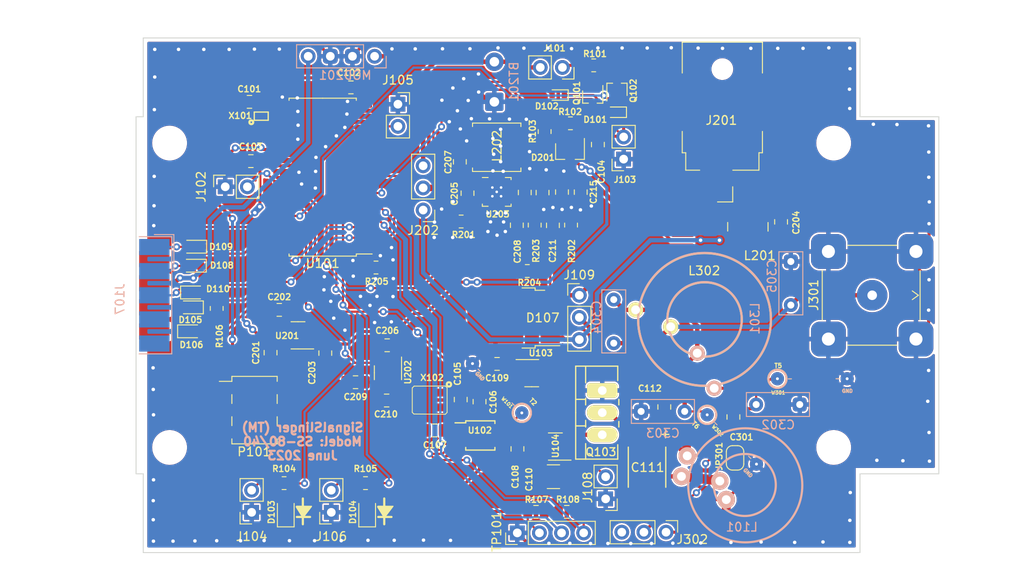
<source format=kicad_pcb>
(kicad_pcb (version 20211014) (generator pcbnew)
  (layers (0 "F.Cu" signal) (31 "B.Cu" signal) (34 "B.Paste" user) (35 "F.Paste" user) (36 "B.SilkS" user "B.Silkscreen") (37 "F.SilkS" user "F.Silkscreen") (38 "B.Mask" user) (39 "F.Mask" user) (44 "Edge.Cuts" user))
  (net 0 "")
  (net 1 "+BATT")
  (net 2 "GND")
  (net 3 "+3V3")
  (net 4 "+VSW")
  (net 5 "Net-(C107-Pad1)")
  (net 6 "VDD")
  (net 7 "Net-(C110-Pad1)")
  (net 8 "Net-(C104-Pad1)")
  (net 9 "Net-(C107-Pad2)")
  (net 10 "Net-(C109-Pad2)")
  (net 11 "Net-(C111-Pad1)")
  (net 12 "Net-(C202-Pad1)")
  (net 13 "Net-(C203-Pad2)")
  (net 14 "+5V")
  (net 15 "RF_Raw")
  (net 16 "Net-(C301-Pad2)")
  (net 17 "Net-(C303-Pad2)")
  (net 18 "Net-(C304-Pad1)")
  (net 19 "Net-(D101-Pad2)")
  (net 20 "Net-(D102-Pad2)")
  (net 21 "Net-(D104-Pad2)")
  (net 22 "Net-(D105-Pad2)")
  (net 23 "V_ext")
  (net 24 "Net-(J201-Pad1)")
  (net 25 "Net-(J101-Pad1)")
  (net 26 "Net-(J102-Pad2)")
  (net 27 "Net-(J105-Pad2)")
  (net 30 "V+_Charging")
  (net 31 "Net-(C208-Pad1)")
  (net 32 "Net-(L101-Pad2)")
  (net 33 "Net-(C209-Pad1)")
  (net 34 "Net-(C211-Pad1)")
  (net 35 "Net-(P101-Pad1)")
  (net 39 "Power_enable")
  (net 40 "Net-(Q103-Pad1)")
  (net 42 "Power_Good")
  (net 43 "Vbat")
  (net 44 "Net-(R104-Pad2)")
  (net 45 "Net-(C301-Pad1)")
  (net 46 "Net-(R107-Pad1)")
  (net 47 "Net-(R201-Pad1)")
  (net 48 "Net-(D103-Pad2)")
  (net 49 "Net-(C205-Pad2)")
  (net 50 "B{slash}B_PS_Enable")
  (net 51 "Paddle_Dit")
  (net 52 "FET_DRIVER_ENABLE")
  (net 53 "V3V3_PWR_ENABLE")
  (net 55 "Net-(L202-Pad1)")
  (net 56 "Net-(L202-Pad2)")
  (net 57 "Net-(R105-Pad2)")
  (net 58 "Net-(R108-Pad1)")
  (net 59 "CLK1")
  (net 60 "Straightkey")
  (net 65 "Net-(U101-Pad16)")
  (net 68 "Paddle Dah")
  (net 74 "Net-(J108-Pad2)")
  (net 75 "Net-(D106-Pad1)")
  (footprint "Connector_PinSocket_2.54mm:PinSocket_1x02_P2.54mm_Vertical" (layer "F.Cu") (at 61.27 114.32 180)
    (fp_text reference "J104")
    (fp_text value "Conn_01x02")
  )
  (footprint "Package_SON:Texas_S-PWSON-N10_ThermalVias" (layer "F.Cu") (at 89.391 77.55)
    (fp_text reference "U203")
    (fp_text value "TPS63060")
  )
  (footprint "Jumper:SolderJumper-2_P1.3mm_Bridged_RoundedPad1.0x1.5mm" (layer "F.Cu") (at 116.74 108.07 90)
    (fp_text reference "JP301")
    (fp_text value "QRP disable")
  )
  (footprint "Connector_PinHeader_2.54mm:PinHeader_1x03_P2.54mm_Vertical" (layer "F.Cu") (at 108.82 116.6 -90)
    (fp_text reference "J302")
    (fp_text value "Conn_01x03")
  )
  (footprint "Diode_SMD:D_0603_1608Metric" (layer "F.Cu") (at 54.26 93.55)
    (fp_text reference "D106")
    (fp_text value "ESD9B5.0ST5G_1")
  )
  (footprint "Resistor_SMD:R_0805_2012Metric" (layer "F.Cu") (at 64.9925 110.97)
    (fp_text reference "R104")
    (fp_text value "1k")
  )
  (footprint "Capacitor_SMD:C_0805_2012Metric_Pad1.18x1.45mm_HandSolder" (layer "F.Cu") (at 72.66 65.56 180)
    (fp_text reference "C102")
    (fp_text value "470nF")
  )
  (footprint "Connector_PinSocket_2.54mm:PinSocket_1x02_P2.54mm_Vertical" (layer "F.Cu") (at 58.24 76.965 90)
    (fp_text reference "J102")
    (fp_text value "Conn_01x02")
  )
  (footprint "Package_TO_SOT_SMD:SOT-23-5" (layer "F.Cu") (at 76.91 98.3 -90)
    (fp_text reference "U202")
    (fp_text value "LP2985-3.3")
  )
  (footprint "LED_SMD:LED_0805_2012Metric" (layer "F.Cu") (at 65.185 114.3 90)
    (fp_text reference "D103")
    (fp_text value "LED_Filled")
  )
  (footprint "Capacitor_SMD:C_0805_2012Metric" (layer "F.Cu") (at 91.77 107.04 -90)
    (fp_text reference "C108")
    (fp_text value "470nF")
  )
  (footprint "Resistor_SMD:R_0805_2012Metric" (layer "F.Cu") (at 97.92 81.36 90)
    (fp_text reference "R202")
    (fp_text value "1M")
  )
  (footprint "Connector_PinHeader_2.54mm:PinHeader_1x03_P2.54mm_Vertical" (layer "F.Cu") (at 80.95 79.635 180)
    (fp_text reference "J202")
    (fp_text value "Conn_01x03")
  )
  (footprint "Inductor_SMD:L_Bourns_SRN5040TA" (layer "F.Cu") (at 89.39 72.43)
    (fp_text reference "L202")
    (fp_text value "1uH")
  )
  (footprint "Diode_SMD:D_0603_1608Metric" (layer "F.Cu") (at 54.6 89.09)
    (fp_text reference "D110")
    (fp_text value "ESD9B5.0ST5G_1")
  )
  (footprint "Package_TO_SOT_SMD:SC-59" (layer "F.Cu") (at 97.8 72.87 -90)
    (fp_text reference "D201")
    (fp_text value "BAT54C")
  )
  (footprint "Resistor_SMD:R_0805_2012Metric" (layer "F.Cu") (at 94.89 70.63 90)
    (fp_text reference "R103")
    (fp_text value "12.4k")
  )
  (footprint "Diode_SMD:D_0603_1608Metric" (layer "F.Cu") (at 54.62 83.84 180)
    (fp_text reference "D109")
    (fp_text value "ESD9B5.0ST5G_1")
  )
  (footprint "Connector_PinHeader_2.54mm:PinHeader_2x03_P2.54mm_Vertical_SMD" (layer "F.Cu") (at 61.6 102.59)
    (fp_text reference "P101")
    (fp_text value "ISP/PDI")
  )
  (footprint "Connector_PinSocket_2.54mm:PinSocket_1x02_P2.54mm_Vertical" (layer "F.Cu") (at 96.93 63.27 -90)
    (fp_text reference "J101")
    (fp_text value "Conn_01x02")
  )
  (footprint "Measurement:Measurement_Point_ScopeProbe_Round-SMD-2sides-Pad_Small" (layer "F.Cu") (at 92.27 102.91 135)
    (fp_text reference "W101")
    (fp_text value "T2")
  )
  (footprint "Capacitor_SMD:C_0805_2012Metric" (layer "F.Cu") (at 116.55 103.38 90)
    (fp_text reference "C301")
    (fp_text value "470nF")
  )
  (footprint "Capacitor_SMD:C_0805_2012Metric" (layer "F.Cu") (at 85.26 101.38 90)
    (fp_text reference "C105")
    (fp_text value "100nF")
  )
  (footprint "Capacitor_SMD:C_0805_2012Metric_Pad1.18x1.45mm_HandSolder" (layer "F.Cu") (at 61.02 67.22 180)
    (fp_text reference "C101")
    (fp_text value "100nF")
  )
  (footprint "Package_TO_SOT_SMD:SOT-323_SC-70" (layer "F.Cu") (at 103.19 65.81 90)
    (fp_text reference "Q102")
    (fp_text value "BSS138W-7-F")
  )
  (footprint "Capacitor_SMD:C_0805_2012Metric_Pad1.18x1.45mm_HandSolder" (layer "F.Cu") (at 69.72 96.05 90)
    (fp_text reference "C203")
    (fp_text value "10uF")
  )
  (footprint "Connector_BarrelJack:BarrelJack_CUI_PJ-036AH-SMT_Horizontal" (layer "F.Cu") (at 115.28 70.46 180)
    (fp_text reference "J201")
    (fp_text value "Barrel_Jack_Switch")
  )
  (footprint "Resistor_SMD:R_0805_2012Metric" (layer "F.Cu") (at 93.75 81.36 -90)
    (fp_text reference "R203")
    (fp_text value "105k")
  )
  (footprint "Capacitor_SMD:C_0805_2012Metric_Pad1.18x1.45mm_HandSolder" (layer "F.Cu") (at 76.76 101.49)
    (fp_text reference "C210")
    (fp_text value "10uF")
  )
  (footprint "Capacitor_SMD:C_0805_2012Metric" (layer "F.Cu") (at 92.61 77.62 -90)
    (fp_text reference "C212" hide)
    (fp_text value "1uF")
  )
  (footprint "Connector_PinSocket_2.54mm:PinSocket_1x02_P2.54mm_Vertical" (layer "F.Cu") (at 103.955 73.79 180)
    (fp_text reference "J103")
    (fp_text value "Conn_01x02")
  )
  (footprint "Capacitor_SMD:C_0805_2012Metric" (layer "F.Cu") (at 94.65 77.63 90)
    (fp_text reference "C213" hide)
    (fp_text value "22uF")
  )
  (footprint "MountingHole:MountingHole_3.5mm" (layer "F.Cu") (at 51.855 71.95)
    (fp_text reference "REF**" hide)
    (fp_text value "MountingHole_3.5mm" hide)
  )
  (footprint "Capacitor_SMD:C_0805_2012Metric_Pad1.18x1.45mm_HandSolder" (layer "F.Cu") (at 61.18 74.02)
    (fp_text reference "C103")
    (fp_text value "470nF")
  )
  (footprint "Resistor_SMD:R_0805_2012Metric" (layer "F.Cu") (at 57.26 90.92 -90)
    (fp_text reference "R106")
    (fp_text value "47k")
  )
  (footprint "Capacitor_SMD:C_0805_2012Metric" (layer "F.Cu") (at 122.02 80.99 -90)
    (fp_text reference "C204")
    (fp_text value "470nF")
  )
  (footprint "Measurement:Measurement_Point_ScopeProbe_Round-SMD-2sides-Pad_Small" (layer "F.Cu") (at 113.54 103.13 -45)
    (fp_text reference "W302")
    (fp_text value "T6")
  )
  (footprint "Capacitor_SMD:C_0805_2012Metric" (layer "F.Cu") (at 82.29 104.92 180)
    (fp_text reference "C107")
    (fp_text value "100nF")
  )
  (footprint "Capacitor_SMD:C_0805_2012Metric" (layer "F.Cu") (at 95.84 81.39 -90)
    (fp_text reference "C211")
    (fp_text value "10pF")
  )
  (footprint "Package_TO_SOT_SMD:SOT-323_SC-70" (layer "F.Cu") (at 100.41 66.64 -90)
    (fp_text reference "Q101")
    (fp_text value "BSS84W-7-F")
  )
  (footprint "Measurement:Measurement_Point_ScopeProbe_Round-SMD-2sides-Pad_Small" (layer "F.Cu") (at 121.6 98.99)
    (fp_text reference "W301")
    (fp_text value "T5")
  )
  (footprint "LED_SMD:LED_0805_2012Metric" (layer "F.Cu") (at 74.525 114.3 90)
    (fp_text reference "D104")
    (fp_text value "LED_Filled")
  )
  (footprint "Resistor_SMD:R_0805_2012Metric" (layer "F.Cu") (at 74.335 110.97)
    (fp_text reference "R105")
    (fp_text value "1k")
  )
  (footprint "MountingHole:MountingHole_3.5mm" (layer "F.Cu") (at 128.055 71.95)
    (fp_text reference "REF**" hide)
    (fp_text value "MountingHole_3.5mm" hide)
  )
  (footprint "Capacitor_SMD:C_0805_2012Metric" (layer "F.Cu") (at 86.04 77.7 90)
    (fp_text reference "C205")
    (fp_text value "10uF")
  )
  (footprint "Oscillator:Oscillator_SMD_SiTime_SIT1566AC-4Pin_BGA" (layer "F.Cu") (at 62.37 68.86 90)
    (fp_text reference "X101")
    (fp_text value "SIT1566AC TCO")
  )
  (footprint "Capacitor_SMD:C_0805_2012Metric" (layer "F.Cu") (at 87.42 101.62 90)
    (fp_text reference "C106")
    (fp_text value "470nF")
  )
  (footprint "Capacitor_SMD:C_0805_2012Metric" (layer "F.Cu") (at 93.9 114.27 180)
    (fp_text reference "R107")
    (fp_text value "10k")
  )
  (footprint "Capacitor_SMD:C_0805_2012Metric" (layer "F.Cu") (at 99.03 77.58 90)
    (fp_text reference "C215")
    (fp_text value "22uF")
  )
  (footprint "Capacitor_SMD:C_0805_2012Metric_Pad1.18x1.45mm_HandSolder" (layer "F.Cu") (at 64.44 91.09 180)
    (fp_text reference "C202")
    (fp_text value "10nF")
  )
  (footprint "Capacitor_SMD:C_0805_2012Metric" (layer "F.Cu") (at 85.16 74.1 -90)
    (fp_text reference "C207")
    (fp_text value "10uF")
  )
  (footprint "Capacitor_SMD:C_0805_2012Metric_Pad1.18x1.45mm_HandSolder" (layer "F.Cu") (at 73.19 99.39 180)
    (fp_text reference "C209")
    (fp_text value "10nF")
  )
  (footprint "Diode_SMD:D_SOD-523" (layer "F.Cu") (at 103.13 68.41 180)
    (fp_text reference "D101")
    (fp_text value "1N914WT")
  )
  (footprint "Resistor_SMD:R_0805_2012Metric" (layer "F.Cu") (at 75.54 86.23)
    (fp_text reference "R205")
    (fp_text value "105k")
  )
  (footprint "Connector_PinHeader_2.54mm:PinHeader_1x02_P2.54mm_Vertical" (layer "F.Cu") (at 101.89 112.775 180)
    (fp_text reference "J108")
    (fp_text value "Conn_01x02")
  )
  (footprint "Connector_PinSocket_2.54mm:PinSocket_1x02_P2.54mm_Vertical" (layer "F.Cu") (at 78.055 67.49)
    (fp_text reference "J105")
    (fp_text value "Conn_01x02")
  )
  (footprint "Capacitor_SMD:C_0805_2012Metric" (layer "F.Cu") (at 89.43 97.29)
    (fp_text reference "C109")
    (fp_text value "10uF")
  )
  (footprint "Capacitor_SMD:C_0805_2012Metric_Pad1.18x1.45mm_HandSolder" (layer "F.Cu") (at 63.44 96 90)
    (fp_text reference "C201")
    (fp_text value "10uF")
  )
  (footprint "Inductor_SMD:L_Wuerth_WE-LQS" (layer "F.Cu") (at 118.215 81.57 -90)
    (fp_text reference "L201")
    (fp_text value "choke")
  )
  (footprint "Crystal:Crystal_SMD_TXETCLSANF-4Pin" (layer "F.Cu") (at 81.7 101.43 180)
    (fp_text reference "X102")
    (fp_text value "25 MHz")
  )
  (footprint "Diode_SMD:D_SOD-523" (layer "F.Cu") (at 96.45 66.44 180)
    (fp_text reference "D102")
    (fp_text value "1N914WT")
  )
  (footprint "Package_TO_SOT_SMD:SOT-23-6" (layer "F.Cu") (at 93.4075 98.35)
    (fp_text reference "U103")
    (fp_text value "TPS22810DBVT")
  )
  (footprint "Connector_PinSocket_2.54mm:PinSocket_1x02_P2.54mm_Vertical" (layer "F.Cu") (at 70.41 114.32 180)
    (fp_text reference "J106")
    (fp_text value "Conn_01x02")
  )
  (footprint "Package_SO:SOIC-28W_7.5x17.9mm_P1.27mm" (layer "F.Cu") (at 69.42 75.86 180)
    (fp_text reference "U101")
    (fp_text value "AVR128DA28")
  )
  (footprint "Diode_SMD:D_0603_1608Metric" (layer "F.Cu") (at 54.58 86.02 180)
    (fp_text reference "D108")
    (fp_text value "ESD9B5.0ST5G_1")
  )
  (footprint "Resistor_SMD:R_0805_2012Metric" (layer "F.Cu") (at 85.31 80.95 180)
    (fp_text reference "R201")
    (fp_text value "105k")
  )
  (footprint "Capacitor_SMD:C_0805_2012Metric" (layer "F.Cu") (at 101 72.12 -90)
    (fp_text reference "C104")
    (fp_text value "100nF")
  )
  (footprint "Capacitor_SMD:C_0805_2012Metric" (layer "F.Cu") (at 97.43 114.27 180)
    (fp_text reference "R108")
    (fp_text value "10k")
  )
  (footprint "TO_SOT_Packages:TO-220_Neutral123_Vertical_LargePads" (layer "F.Cu") (at 101.5 102.88 90)
    (fp_text reference "Q103")
    (fp_text value "IRF610")
  )
  (footprint "Package_TO_SOT_SMD:SOT-23-6-LM5134" (layer "F.Cu") (at 96.12 106.77 180)
    (fp_text reference "U104")
    (fp_text value "LM5134")
  )
  (footprint "Resistor_SMD:R_0805_2012Metric" (layer "F.Cu") (at 92.9 86.63 180)
    (fp_text reference "R204")
    (fp_text value "1M")
  )
  (footprint "Package_SO:MSOP-10_3x3mm_P0.5mm" (layer "F.Cu") (at 87.51 105.5)
    (fp_text reference "U102")
    (fp_text value "SI5351")
  )
  (footprint "Connector_Coaxial:BNC_TEConnectivity_1478035_Horizontal" (layer "F.Cu") (at 132.475 89.4125 -90)
    (fp_text reference "J301")
    (fp_text value "To Antenna")
  )
  (footprint "Diode_SMD:D_0603_1608Metric" (layer "F.Cu") (at 54.24 90.8 180)
    (fp_text reference "D105")
    (fp_text value "ESD9B5.0ST5G_1")
  )
  (footprint "Capacitors:C_2917" (layer "F.Cu") (at 106.64 109.14 -90)
    (fp_text reference "C111")
    (fp_text value "47 uF low ESR")
  )
  (footprint "Connector_PinHeader_2.54mm:PinHeader_1x03_P2.54mm_Vertical" (layer "F.Cu") (at 98.87 89.415)
    (fp_text reference "J109")
    (fp_text value "Conn_01x03")
  )
  (footprint "Capacitor_SMD:C_1210_3225Metric" (layer "F.Cu") (at 95.9 110.23 180)
    (fp_text reference "C110")
    (fp_text value "22uF")
  )
  (footprint "Capacitor_SMD:C_0805_2012Metric_Pad1.18x1.45mm_HandSolder" (layer "F.Cu") (at 76.82 95.15)
    (fp_text reference "C206")
    (fp_text value "10uF")
  )
  (footprint "Capacitor_SMD:C_0805_2012Metric" (layer "F.Cu") (at 91.7 81.38 -90)
    (fp_text reference "C208")
    (fp_text value "100nF")
  )
  (footprint "Connector_PinHeader_2.54mm:PinHeader_1x04_P2.54mm_Vertical" (layer "F.Cu") (at 91.75 116.68 90)
    (fp_text reference "TP101")
    (fp_text value "I2C1")
  )
  (footprint "Resistor_SMD:R_0805_2012Metric" (layer "F.Cu") (at 100.52 63.03 180)
    (fp_text reference "R101")
    (fp_text value "105k")
  )
  (footprint "Capacitor_SMD:C_0805_2012Metric" (layer "F.Cu") (at 96.88 77.57 90)
    (fp_text reference "C214" hide)
    (fp_text value "22uF")
  )
  (footprint "Package_TO_SOT_SMD:TO-252-2" (layer "F.Cu") (at 91.33 92.02 180)
    (fp_text reference "D107")
    (fp_text value "MBRD10100CT")
  )
  (footprint "MountingHole:MountingHole_3.5mm" (layer "F.Cu") (at 128.055 106.875)
    (fp_text reference "REF**" hide)
    (fp_text value "MountingHole_3.5mm" hide)
  )
  (footprint "MountingHole:MountingHole_3.5mm" (layer "F.Cu") (at 51.855 106.875)
    (fp_text reference "REF**" hide)
    (fp_text value "MountingHole_3.5mm" hide)
  )
  (footprint "Inductors:Toroid_T-60_2TH" (layer "F.Cu") (at 113.24 92.19)
    (fp_text reference "L302")
    (fp_text value "2.7uH")
  )
  (footprint "Resistor_SMD:R_0805_2012Metric" (layer "F.Cu") (at 97.85 69.68)
    (fp_text reference "R102")
    (fp_text value "162k")
  )
  (footprint "Capacitor_SMD:C_0805_2012Metric" (layer "F.Cu") (at 108.62 102.23 90)
    (fp_text reference "C112")
    (fp_text value "470nF")
  )
  (footprint "Package_TO_SOT_SMD:SOT-23-5" (layer "F.Cu") (at 66.59 94.01 180)
    (fp_text reference "U201")
    (fp_text value "LP2985-3.3")
  )
  (footprint "Capacitor_THT:C_Rect_L7.0mm_W2.5mm_P5.00mm" (layer "B.Cu") (at 123.14 90.54 90)
    (fp_text reference "C305")
    (fp_text value "1100pF")
  )
  (footprint "Capacitor_THT:C_Rect_L7.0mm_W2.5mm_P5.00mm" (layer "B.Cu") (at 105.96 102.74)
    (fp_text reference "C303")
    (fp_text value "1800pF")
  )
  (footprint "Capacitor_THT:C_Rect_L7.0mm_W2.5mm_P5.00mm" (layer "B.Cu") (at 102.82 94.91 90)
    (fp_text reference "C304")
    (fp_text value "91pF")
  )
  (footprint "Connector_Wire:SolderWire-0.5sqmm_1x02_P4.6mm_D0.9mm_OD2.1mm" (layer "B.Cu") (at 89.12 67.22 90)
    (fp_text reference "BT201")
    (fp_text value "LiIon Cell")
  )
  (footprint "Capacitor_THT:C_Rect_L7.0mm_W2.5mm_P5.00mm" (layer "B.Cu") (at 119.16 101.95)
    (fp_text reference "C302")
    (fp_text value "1100pF")
  )
  (footprint "Inductors:Toroid_T-60_2TH" (layer "B.Cu") (at 113.24 92.17465 90)
    (fp_text reference "L301")
    (fp_text value "2.7uH")
  )
  (footprint "Inductors:Toroid_T-50A_TH_BF_CT" (layer "B.Cu") (at 117.89 111.22 -90)
    (fp_text reference "L101")
    (fp_text value "9T #24 Bifilar T50-43")
  )
  (footprint "Connector_PinHeader_2.54mm:PinHeader_1x04_P2.54mm_Vertical" (layer "B.Cu") (at 75.3775 61.99 90)
    (fp_text reference "MOD201")
    (fp_text value "AdaFruit Charger")
  )
  (footprint "Connector_Dsub:DSUB-9_Female_EdgeMount_P2.77mm" (layer "B.Cu") (at 50.1025 89.4125 90)
    (fp_text reference "J107")
    (fp_text value "DB9 Female")
  )
  (gr_line locked (start 48.8324 59.885) (end 131.0776 59.885) (layer "Edge.Cuts") (width 0.1))
  (gr_line locked (start 48.01 109.8976) (end 48.8324 109.8976) (layer "Edge.Cuts") (width 0.1))
  (gr_line locked (start 48.01 68.9274) (end 48.8324 68.9274) (layer "Edge.Cuts") (width 0.1))
  (gr_line locked (start 131.0776 118.94) (end 48.8324 118.94) (layer "Edge.Cuts") (width 0.1))
  (gr_line locked (start 131.0776 109.8976) (end 140.12 109.8976) (layer "Edge.Cuts") (width 0.1))
  (gr_line locked (start 131.0776 118.94) (end 131.0776 109.8976) (layer "Edge.Cuts") (width 0.1))
  (gr_line locked (start 48.8324 109.8976) (end 48.8324 118.94) (layer "Edge.Cuts") (width 0.1))
  (gr_line locked (start 140.12 68.9274) (end 140.12 109.8976) (layer "Edge.Cuts") (width 0.1))
  (gr_line (start 48.01 68.9274) (end 48.01 109.8976) (layer "Edge.Cuts") (width 0.1))
  (gr_line locked (start 131.0776 68.9274) (end 140.12 68.9274) (layer "Edge.Cuts") (width 0.1))
  (gr_line locked (start 48.8324 68.9274) (end 48.8324 59.885) (layer "Edge.Cuts") (width 0.1))
  (gr_line locked (start 131.0776 59.885) (end 131.0776 68.9274) (layer "Edge.Cuts") (width 0.1))
  (gr_text "SignalSlinger (TM)\nModel: SS-80/40\nJune 2023\n" (at 67.11 106.2) (layer "B.SilkS") (effects (font (size 1 1) (thickness 0.25)) (justify mirror)))
  (segment (start 82.14 62.62) (end 89.12 62.62) (width 0.5) (layer "F.Cu") (net 1))
  (segment (start 80.95 74.555) (end 80.95 63.99) (width 0.5) (layer "F.Cu") (net 1))
  (segment (start 92.49 63.27) (end 94.39 63.27) (width 0.5) (layer "F.Cu") (net 1))
  (segment (start 82.32 62.62) (end 89.12 62.62) (width 0.5) (layer "F.Cu") (net 1))
  (segment (start 81.51 61.99) (end 82.14 62.62) (width 0.5) (layer "F.Cu") (net 1))
  (segment (start 75.3775 61.99) (end 81.51 61.99) (width 0.5) (layer "F.Cu") (net 1))
  (segment (start 91.84 62.62) (end 92.49 63.27) (width 0.5) (layer "F.Cu") (net 1))
  (segment (start 80.95 63.99) (end 82.32 62.62) (width 0.5) (layer "F.Cu") (net 1))
  (segment (start 89.12 62.62) (end 91.84 62.62) (width 0.5) (layer "F.Cu") (net 1))
  (segment (start 52.88 61.2) (end 55.78 61.2) (width 0.35) (layer "F.Cu") (net 2))
  (segment (start 84.41 80.9625) (end 84.3975 80.95) (width 0.5) (layer "F.Cu") (net 2))
  (segment (start 95.355489 117.904511) (end 92.974511 117.904511) (width 0.35) (layer "F.Cu") (net 2))
  (segment (start 86.04 78.65) (end 84.42 78.65) (width 0.5) (layer "F.Cu") (net 2))
  (segment (start 100.154873 117.898619) (end 100.148981 117.904511) (width 0.35) (layer "F.Cu") (net 2))
  (segment (start 90.38 82.1) (end 89.85 82.1) (width 0.25) (layer "F.Cu") (net 2))
  (segment (start 95.07 75.02) (end 96.94 75.02) (width 0.5) (layer "F.Cu") (net 2))
  (segment (start 84.88 68.24) (end 85.57 68.24) (width 0.5) (layer "F.Cu") (net 2))
  (segment (start 95.84 79.3405) (end 96.66891 79.3405) (width 0.25) (layer "F.Cu") (net 2))
  (segment (start 75.52 87.5) (end 75.49 87.53) (width 0.35) (layer "F.Cu") (net 2))
  (segment (start 88.791 78.975) (end 88.791 79.569) (width 0.35) (layer "F.Cu") (net 2))
  (segment (start 88.791 76.125) (end 88.791 75.309) (width 0.35) (layer "F.Cu") (net 2))
  (segment (start 83.07 79.52) (end 83.07 80.2) (width 0.5) (layer "F.Cu") (net 2))
  (segment (start 89.85 82.1) (end 89.43 82.52) (width 0.25) (layer "F.Cu") (net 2))
  (segment (start 69.0375 60.73) (end 70.2975 61.99) (width 0.35) (layer "F.Cu") (net 2))
  (segment (start 76.4525 86.23) (end 76.4525 85.2825) (width 0.35) (layer "F.Cu") (net 2))
  (segment (start 74.004511 60.765489) (end 77.155489 60.765489) (width 0.35) (layer "F.Cu") (net 2))
  (segment (start 75.38 92.54) (end 77.22 92.54) (width 0.35) (layer "F.Cu") (net 2))
  (segment (start 77.32 85.18) (end 77.49 85.35) (width 0.35) (layer "F.Cu") (net 2))
  (segment (start 85.22 70.33) (end 84.78 70.33) (width 0.5) (layer "F.Cu") (net 2))
  (segment (start 64.45 61.17) (end 64.92 61.17) (width 0.35) (layer "F.Cu") (net 2))
  (segment (start 80.04 61.1405) (end 83.1595 61.1405) (width 0.35) (layer "F.Cu") (net 2))
  (segment (start 69.03952 78.30048) (end 69.05 78.29) (width 0.35) (layer "F.Cu") (net 2))
  (segment (start 72.93 87.22) (end 72.93 85.46) (width 0.35) (layer "F.Cu") (net 2))
  (segment (start 90.14 75.19) (end 89.840498 74.890498) (width 0.35) (layer "F.Cu") (net 2))
  (segment (start 112.86 117.77) (end 112.8 117.83) (width 0.35) (layer "F.Cu") (net 2))
  (segment (start 50.01 110.59) (end 50.01 112.95) (width 0.35) (layer "F.Cu") (net 2))
  (segment (start 95.25 61.06) (end 92.51 61.06) (width 0.35) (layer "F.Cu") (net 2))
  (segment (start 95.38 117.88) (end 95.355489 117.904511) (width 0.35) (layer "F.Cu") (net 2))
  (segment (start 83.1595 61.1405) (end 83.17 61.13) (width 0.35) (layer "F.Cu") (net 2))
  (segment (start 86.06 67.06) (end 84.88 68.24) (width 0.5) (layer "F.Cu") (net 2))
  (segment (start 100.92098 61.11) (end 101 61.03098) (width 0.35) (layer "F.Cu") (net 2))
  (segment (start 84.36 65.63) (end 84.36 65.77) (width 0.5) (layer "F.Cu") (net 2))
  (segment (start 74.62 117.53) (end 77.63 117.53) (width 0.35) (layer "F.Cu") (net 2))
  (segment (start 85.16 73.15) (end 85.16 72.48) (width 0.5) (layer "F.Cu") (net 2))
  (segment (start 50.01 112.95) (end 49.98 112.98) (width 0.35) (layer "F.Cu") (net 2))
  (segment (start 80.99 117.51) (end 84.06 117.51) (width 0.35) (layer "F.Cu") (net 2))
  (segment (start 139.05 108.45) (end 136.05 108.45) (width 0.35) (layer "F.Cu") (net 2))
  (segment (start 84.34 82.78) (end 84.34 82.18) (width 0.5) (layer "F.Cu") (net 2))
  (segment (start 92.79 69.22) (end 92.79 70.68) (width 0.5) (layer "F.Cu") (net 2))
  (segment (start 138.97 78.64) (end 139.03 78.7) (width 0.35) (layer "F.Cu") (net 2))
  (segment (start 129.96 115.19) (end 129.91 115.24) (width 0.35) (layer "F.Cu") (net 2))
  (segment (start 50.15 64.37) (end 50.15 61.2) (width 0.35) (layer "F.Cu") (net 2))
  (segment (start 73.8145 89.54) (end 74.85 90.5755) (width 0.35) (layer "F.Cu") (net 2))
  (segment (start 84.78 70.33) (end 83.95 69.5) (width 0.5) (layer "F.Cu") (net 2))
  (segment (start 121.64 61.08) (end 124.54 61.08) (width 0.35) (layer "F.Cu") (net 2))
  (segment (start 65.6 117.56) (end 65.61 117.57) (width 0.35) (layer "F.Cu") (net 2))
  (segment (start 77.4105 61.1) (end 77.37 61.1405) (width 0.35) (layer "F.Cu") (net 2))
  (segment (start 57.26 117.58) (end 60 117.58) (width 0.35) (layer "F.Cu") (net 2))
  (segment (start 68.49 117.57) (end 71.55 117.57) (width 0.35) (layer "F.Cu") (net 2))
  (segment (start 72.93 85.46) (end 72.89 85.42) (width 0.35) (layer "F.Cu") (net 2))
  (segment (start 61.56 61.2) (end 61.59 61.17) (width 0.35) (layer "F.Cu") (net 2))
  (segment (start 137.5 86.13) (end 139 87.63) (width 0.35) (layer "F.Cu") (net 2))
  (segment (start 86.14 64.02) (end 85.6 64.56) (width 0.5) (layer "F.Cu") (net 2))
  (segment (start 84.36 65.77) (end 83.1 67.03) (width 0.5) (layer "F.Cu") (net 2))
  (segment (start 84.34 82.18) (end 84.41 82.11) (width 0.5) (layer "F.Cu") (net 2))
  (segment (start 70.35 90.11) (end 70.35 89.5755) (width 0.25) (layer "F.Cu") (net 2))
  (segment (start 83.07 80.2) (end 82.25 81.02) (width 0.5) (layer "F.Cu") (net 2))
  (segment (start 88.95 71.260498) (end 89.840498 70.37) (width 0.35) (layer "F.Cu") (net 2))
  (segment (start 68.58 77.82) (end 68.58 77.11) (width 0.35) (layer "F.Cu") (net 2))
  (segment (start 85.16 72.48) (end 85.94 71.7) (width 0.5) (layer "F.Cu") (net 2))
  (segment (start 138.95 91.12) (end 138.95 92.9875) (width 0.35) (layer "F.Cu") (net 2))
  (segment (start 88.791 75.309) (end 88.96 75.14) (width 0.35) (layer "F.Cu") (net 2))
  (segment (start 89.42 80.25) (end 89.42 80) (width 0.25) (layer "F.Cu") (net 2))
  (segment (start 137.5 94.4375) (end 137.5 96.59) (width 0.35) (layer "F.Cu") (net 2))
  (segment (start 92.974511 117.904511) (end 91.75 116.68) (width 0.35) (layer "F.Cu") (net 2))
  (segment (start 90.82 69.17) (end 90.85 69.2) (width 0.5) (layer "F.Cu") (net 2))
  (segment (start 115.3 61.08) (end 118.55 61.08) (width 0.35) (layer "F.Cu") (net 2))
  (segment (start 73.76 89.54) (end 73.8145 89.54) (width 0.35) (layer "F.Cu") (net 2))
  (segment (start 132.61 69.79) (end 135.29 69.79) (width 0.35) (layer "F.Cu") (net 2))
  (segment (start 129.96 112.05) (end 129.96 115.19) (width 0.35) (layer "F.Cu") (net 2))
  (segment (start 90.18 81.9) (end 90.18 81) (width 0.35) (layer "F.Cu") (net 2))
  (segment (start 92.61 78.57) (end 93.78593 78.57) (width 0.25) (layer "F.Cu") (net 2))
  (segment (start 98.720584 79.3355) (end 98.997892 79.612808) (width 0.25) (layer "F.Cu") (net 2))
  (segment (start 138.85 105.01) (end 139 105.16) (width 0.35) (layer "F.Cu") (net 2))
  (segment (start 87.3 64.02) (end 86.14 64.02) (width 0.5) (layer "F.Cu") (net 2))
  (segment (start 136.05 108.45) (end 136 108.4) (width 0.35) (layer "F.Cu") (net 2))
  (segment (start 70.992701 71.122701) (end 69.757701 72.357701) (width 0.35) (layer "F.Cu") (net 2))
  (segment (start 138.85 101.58) (end 138.85 105.01) (width 0.35) (layer "F.Cu") (net 2))
  (segment (start 112.46 61.01) (end 112.5 61.05) (width 0.35) (layer "F.Cu") (net 2))
  (segment (start 138.94 72.95) (end 138.97 72.98) (width 0.35) (layer "F.Cu") (net 2))
  (segment (start 107.18 117.86) (end 107.15 117.89) (width 0.35) (layer "F.Cu") (net 2))
  (segment (start 65.36 60.73) (end 69.0375 60.73) (width 0.35) (layer "F.Cu") (net 2))
  (segment (start 72.2 68.62) (end 72.2 69.9154) (width 0.35) (layer "F.Cu") (net 2))
  (segment (start 119.78 117.77) (end 119.73 117.72) (width 0.35) (layer "F.Cu") (net 2))
  (segment (start 86.12 67.06) (end 86.06 67.06) (width 0.5) (layer "F.Cu") (net 2))
  (segment (start 88.4455 67.22) (end 87.32 66.0945) (width 0.5) (layer "F.Cu") (net 2))
  (segment (start 82.22 82.78) (end 84.34 82.78) (width 0.5) (layer "F.Cu") (net 2))
  (segment (start 138.94 69.97) (end 138.94 72.95) (width 0.35) (layer "F.Cu") (net 2))
  (segment (start 84.41 82.11) (end 84.41 80.9625) (width 0.5) (layer "F.Cu") (net 2))
  (segment (start 77.155489 60.765489) (end 77.49 61.1) (width 0.35) (layer "F.Cu") (net 2))
  (segment (start 69.05 78.29) (end 68.58 77.82) (width 0.35) (layer "F.Cu") (net 2))
  (segment (start 76.4525 85.2825) (end 76.04 84.87) (width 0.35) (layer "F.Cu") (net 2))
  (segment (start 104.77 117.89) (end 102.15 117.89) (width 0.35) (layer "F.Cu") (net 2))
  (segment (start 127.5 61.02) (end 129.87 61.02) (width 0.35) (layer "F.Cu") (net 2))
  (segment (start 90.38 82.1) (end 90.18 81.9) (width 0.35) (layer "F.Cu") (net 2))
  (segment (start 109.6 117.86) (end 107.18 117.86) (width 0.35) (layer "F.Cu") (net 2))
  (segment (start 64.845 75.3) (end 64.77 75.225) (width 0.35) (layer "F.Cu") (net 2))
  (segment (start 88.791 79.569) (end 88.38 79.98) (width 0.35) (layer "F.Cu") (net 2))
  (segment (start 66.7 75.3) (end 64.845 75.3) (width 0.35) (layer "F.Cu") (net 2))
  (segment (start 100.148981 117.904511) (end 97.804511 117.904511) (width 0.35) (layer "F.Cu") (net 2))
  (segment (start 90.381247 79.99) (end 90.402077 79.96917) (width 0.35) (layer "F.Cu") (net 2))
  (segment (start 66.51 68.26) (end 66.57 68.32) (width 0.35) (layer "F.Cu") (net 2))
  (segment (start 69.61 87.28) (end 69.03952 86.70952) (width 0.35) (layer "F.Cu") (net 2))
  (segment (start 50.04 81.42) (end 50.04 79.17) (width 0.35) (layer "F.Cu") (net 2))
  (segment (start 67.46 77.11) (end 67 76.65) (width 0.35) (layer "F.Cu") (net 2))
  (segment (start 68.58 77.11) (end 67.46 77.11) (width 0.35) (layer "F.Cu") (net 2))
  (segment (start 69.03952 86.70952) (end 69.03952 78.30048) (width 0.35) (layer "F.Cu") (net 2))
  (segment (start 72.8375 61.99) (end 72.8375 61.9325) (width 0.35) (layer "F.Cu") (net 2))
  (segment (start 95.27 61.04) (end 95.25 61.06) (width 0.35) (layer "F.Cu") (net 2))
  (segment (start 66.6 69.9) (end 66.6 71.48) (width 0.35) (layer "F.Cu") (net 2))
  (segment (start 138.95 92.9875) (end 137.5 94.4375) (width 0.35) (layer "F.Cu") (net 2))
  (segment (start 92.79 70.68) (end 93.2 71.09) (width 0.5) (layer "F.Cu") (net 2))
  (segment (start 86.32 61.13) (end 89.434595 61.13) (width 0.35) (layer "F.Cu") (net 2))
  (segment (start 89.42 80) (end 90.381247 79.99) (width 0.35) (layer "F.Cu") (net 2))
  (segment (start 88.95 71.43) (end 88.95 71.260498) (width 0.35) (layer "F.Cu") (net 2))
  (segment (start 49.98 97.76) (end 49.96 97.74) (width 0.35) (layer "F.Cu") (net 2))
  (segment (start 85.57 68.24) (end 86.48 69.15) (width 0.5) (layer "F.Cu") (net 2))
  (segment (start 66.51 66.77) (end 66.51 68.26) (width 0.35) (layer "F.Cu") (net 2))
  (segment (start 84.06 117.51) (end 84.09 117.54) (width 0.35) (layer "F.Cu") (net 2))
  (segment (start 109.42 61.01) (end 112.46 61.01) (width 0.35) (layer "F.Cu") (net 2))
  (segment (start 97.98 61.11) (end 100.92098 61.11) (width 0.35) (layer "F.Cu") (net 2))
  (segment (start 89.04 73.23) (end 89.04 73.090498) (width 0.35) (layer "F.Cu") (net 2))
  (segment (start 89.04 73.090498) (end 89.840498 72.29) (width 0.35) (layer "F.Cu") (net 2))
  (segment (start 89.12 67.22) (end 88.4455 67.22) (width 0.5) (layer "F.Cu") (net 2))
  (segment (start 70.35 89.5755) (end 69.5645 88.79) (width 0.25) (layer "F.Cu") (net 2))
  (segment (start 89.840498 74.890498) (end 89.840498 74.08) (width 0.35) (layer "F.Cu") (net 2))
  (segment (start 75.67 89.56) (end 75.65 89.54) (width 0.35) (layer "F.Cu") (net 2))
  (segment (start 64.92 61.17) (end 65.36 60.73) (width 0.35) (layer "F.Cu") (net 2))
  (segment (start 88.57 69.17) (end 90.82 69.17) (width 0.5) (layer "F.Cu") (net 2))
  (segment (start 49.98 115.17) (end 49.98 117.61) (width 0.35) (layer "F.Cu") (net 2))
  (segment (start 96.66891 79.3405) (end 96.89141 79.563) (width 0.25) (layer "F.Cu") (net 2))
  (segment (start 58.69 61.2) (end 61.56 61.2) (width 0.35) (layer "F.Cu") (net 2))
  (segment (start 77.22 92.54) (end 77.3 92.46) (width 0.35) (layer "F.Cu") (net 2))
  (segment (start 52.25 117.63) (end 54.73 117.63) (width 0.35) (layer "F.Cu") (net 2))
  (segment (start 66.6 71.48) (end 66.57 71.51) (width 0.35) (layer "F.Cu") (net 2))
  (segment (start 88.68 80.99) (end 89.42 80.25) (width 0.25) (layer "F.Cu") (net 2))
  (segment (start 97.804511 117.904511) (end 97.78 117.88) (width 0.35) (layer "F.Cu") (net 2))
  (segment (start 64.77 67.605) (end 64.77 66.69) (width 0.35) (layer "F.Cu") (net 2))
  (segment (start 72.2 69.9154) (end 71.9627 70.1527) (width 0.35) (layer "F.Cu") (net 2))
  (segment (start 84.42 78.65) (end 84.39 78.68) (width 0.5) (layer "F.Cu") (net 2))
  (segment (start 77.32 83.94) (end 77.32 85.18) (width 0.35) (layer "F.Cu") (net 2))
  (segment (start 129.93 63.42) (end 129.93 65.71) (width 0.35) (layer "F.Cu") (net 2))
  (segment (start 68.65 73.59) (end 68.65 75.16) (width 0.35) (layer "F.Cu") (net 2))
  (segment (start 96.94 75.02) (end 97.09 75.17) (width 0.5) (layer "F.Cu") (net 2))
  (segment (start 93.78593 78.57) (end 94.784117 79.568187) (width 0.25) (layer "F.Cu") (net 2))
  (segment (start 139 81.2) (end 139 82.8875) (width 0.35) (layer "F.Cu") (net 2))
  (segment (start 77.49 89.56) (end 75.67 89.56) (width 0.35) (layer "F.Cu") (net 2))
  (segment (start 126.88 117.77) (end 126.83 117.72) (width 0.35) (layer "F.Cu") (net 2))
  (segment (start 77.53 87.5) (end 75.52 87.5) (width 0.35) (layer "F.Cu") (net 2))
  (segment (start 89.434595 61.13) (end 89.539787 61.024808) (width 0.35) (layer "F.Cu") (net 2))
  (segment (start 49.98 100.22) (end 49.98 97.76) (width 0.35) (layer "F.Cu") (net 2))
  (segment (start 93.16 74.86) (end 93.18 74.88) (width 0.5) (layer "F.Cu") (net 2))
  (segment (start 129.87 61.02) (end 129.9 61.05) (width 0.35) (layer "F.Cu") (net 2))
  (segment (start 129.91 117.77) (end 126.88 117.77) (width 0.35) (layer "F.Cu") (net 2))
  (segment (start 71.6225 66.5225) (end 72.27 67.17) (width 0.35) (layer "F.Cu") (net 2))
  (segment (start 139 82.8875) (end 137.5 84.3875) (width 0.35) (layer "F.Cu") (net 2))
  (segment (start 49.98 117.61) (end 50 117.63) (width 0.35) (layer "F.Cu") (net 2))
  (segment (start 62.7 117.56) (end 65.6 117.56) (width 0.35) (layer "F.Cu") (net 2))
  (segment (start 137.5 84.3875) (end 137.5 86.13) (width 0.35) (layer "F.Cu") (net 2))
  (segment (start 116.27 117.77) (end 112.86 117.77) (width 0.35) (layer "F.Cu") (net 2))
  (segment (start 129.93 65.71) (end 129.87 65.77) (width 0.35) (layer "F.Cu") (net 2))
  (segment (start 77.49 61.1) (end 77.4105 61.1) (width 0.35) (layer "F.Cu") (net 2))
  (segment (start 64.77 66.69) (end 64.79 66.67) (width 0.35) (layer "F.Cu") (net 2))
  (segment (start 54.73 117.63) (end 54.76 117.6) (width 0.35) (layer "F.Cu") (net 2))
  (segment (start 72.8375 61.9325) (end 74.004511 60.765489) (width 0.35) (layer "F.Cu") (net 2))
  (segment (start 93.16 72.93) (end 93.16 74.86) (width 0.5) (layer "F.Cu") (net 2))
  (segment (start 97.96 79.3355) (end 98.720584 79.3355) (width 0.25) (layer "F.Cu") (net 2))
  (segment (start 123.58 117.77) (end 119.78 117.77) (width 0.35) (layer "F.Cu") (net 2))
  (segment (start 50.04 79.17) (end 50.07 79.14) (width 0.35) (layer "F.Cu") (net 2))
  (segment (start 137.5 96.59) (end 138.95 98.04) (width 0.35) (layer "F.Cu") (net 2))
  (segment (start 71.6225 65.56) (end 71.6225 66.5225) (width 0.35) (layer "F.Cu") (net 2))
  (segment (start 138.97 75.87) (end 138.97 78.64) (width 0.35) (layer "F.Cu") (net 2))
  (segment (start 135.29 69.79) (end 135.32 69.82) (width 0.35) (layer "F.Cu") (net 2))
  (segment (start 68.65 75.16) (end 68.61 75.2) (width 0.35) (layer "F.Cu") (net 2))
  (segment (start 103.78 61.04) (end 106.66 61.04) (width 0.35) (layer "F.Cu") (net 2))
  (via (at 50.01 110.59) (size 0.8) (drill 0.4) (layers "F.Cu" "B.Cu") (net 2))
  (via (at 89.840498 70.37) (size 0.8) (drill 0.4) (layers "F.Cu" "B.Cu") (net 2))
  (via (at 50.04 81.42) (size 0.8) (drill 0.4) (layers "F.Cu" "B.Cu") (net 2))
  (via (at 97.09 75.17) (size 0.8) (drill 0.4) (layers "F.Cu" "B.Cu") (net 2))
  (via (at 116.27 117.77) (size 0.8) (drill 0.4) (layers "F.Cu" "B.Cu") (net 2))
  (via (at 82.22 82.78) (size 0.8) (drill 0.4) (layers "F.Cu" "B.Cu") (net 2))
  (via (at 98.997892 79.612808) (size 0.8) (drill 0.4) (layers "F.Cu" "B.Cu") (net 2))
  (via (at 71.55 117.57) (size 0.8) (drill 0.4) (layers "F.Cu" "B.Cu") (net 2))
  (via (at 132.61 69.79) (size 0.8) (drill 0.4) (layers "F.Cu" "B.Cu") (net 2))
  (via (at 88.38 79.98) (size 0.8) (drill 0.4) (layers "F.Cu" "B.Cu") (net 2))
  (via (at 77.3 92.46) (size 0.8) (drill 0.4) (layers "F.Cu" "B.Cu") (net 2))
  (via (at 83.07 79.52) (size 0.8) (drill 0.4) (layers "F.Cu" "B.Cu") (net 2))
  (via (at 84.36 65.63) (size 0.8) (drill 0.4) (layers "F.Cu" "B.Cu") (net 2))
  (via (at 107.15 117.89) (size 0.8) (drill 0.4) (layers "F.Cu" "B.Cu") (net 2))
  (via (at 72.27 67.17) (size 0.8) (drill 0.4) (layers "F.Cu" "B.Cu") (net 2))
  (via (at 77.37 61.1405) (size 0.8) (drill 0.4) (layers "F.Cu" "B.Cu") (net 2))
  (via (at 52.25 117.63) (size 0.8) (drill 0.4) (layers "F.Cu" "B.Cu") (net 2))
  (via (at 49.98 115.17) (size 0.8) (drill 0.4) (layers "F.Cu" "B.Cu") (net 2))
  (via (at 139 81.2) (size 0.8) (drill 0.4) (layers "F.Cu" "B.Cu") (net 2))
  (via (at 54.76 117.6) (size 0.8) (drill 0.4) (layers "F.Cu" "B.Cu") (net 2))
  (via (at 93.16 72.93) (size 0.8) (drill 0.4) (layers "F.Cu" "B.Cu") (net 2))
  (via (at 50.15 61.2) (size 0.8) (drill 0.4) (layers "F.Cu" "B.Cu") (net 2))
  (via (at 95.27 61.04) (size 0.8) (drill 0.4) (layers "F.Cu" "B.Cu") (net 2))
  (via (at 66.51 66.77) (size 0.8) (drill 0.4) (layers "F.Cu" "B.Cu") (net 2))
  (via (at 123.58 117.77) (size 0.8) (drill 0.4) (layers "F.Cu" "B.Cu") (net 2))
  (via (at 89.04 73.23) (size 0.8) (drill 0.4) (layers "F.Cu" "B.Cu") (net 2))
  (via (at 72.89 85.42) (size 0.8) (drill 0.4) (layers "F.Cu" "B.Cu") (net 2))
  (via (at 97.98 61.11) (size 0.8) (drill 0.4) (layers "F.Cu" "B.Cu") (net 2))
  (via (at 138.94 69.97) (size 0.8) (drill 0.4) (layers "F.Cu" "B.Cu") (net 2))
  (via (at 64.45 61.17) (size 0.8) (drill 0.4) (layers "F.Cu" "B.Cu") (net 2))
  (via (at 93.2 71.09) (size 0.8) (drill 0.4) (layers "F.Cu" "B.Cu") (net 2))
  (via (at 50.15 64.37) (size 0.8) (drill 0.4) (layers "F.Cu" "B.Cu") (net 2))
  (via (at 75.49 87.53) (size 0.8) (drill 0.4) (layers "F.Cu" "B.Cu") (net 2))
  (via (at 88.38 82.1) (size 0.8) (drill 0.4) (layers "F.Cu" "B.Cu") (net 2))
  (via (at 89.539787 61.024808) (size 0.8) (drill 0.4) (layers "F.Cu" "B.Cu") (net 2))
  (via (at 70.69 92.04) (size 0.8) (drill 0.4) (layers "F.Cu" "B.Cu") (net 2))
  (via (at 61.59 61.17) (size 0.8) (drill 0.4) (layers "F.Cu" "B.Cu") (net 2))
  (via (at 127.5 61.02) (size 0.8) (drill 0.4) (layers "F.Cu" "B.Cu") (net 2))
  (via (at 55.78 61.2) (size 0.8) (drill 0.4) (layers "F.Cu" "B.Cu") (net 2))
  (via (at 52.88 61.2) (size 0.8) (drill 0.4) (layers "F.Cu" "B.Cu") (net 2))
  (via (at 76.04 84.87) (size 0.8) (drill 0.4) (layers "F.Cu" "B.Cu") (net 2))
  (via (at 136 108.4) (size 0.8) (drill 0.4) (layers "F.Cu" "B.Cu") (net 2))
  (via (at 77.53 87.5) (size 0.8) (drill 0.4) (layers "F.Cu" "B.Cu") (net 2))
  (via (at 95.84 79.3405) (size 0.8) (drill 0.4) (layers "F.Cu" "B.Cu") (net 2))
  (via (at 90.85 69.2) (size 0.8) (drill 0.4) (layers "F.Cu" "B.Cu") (net 2))
  (via (at 72.2 68.62) (size 0.8) (drill 0.4) (layers "F.Cu" "B.Cu") (net 2))
  (via (at 104.77 117.89) (size 0.8) (drill 0.4) (layers "F.Cu" "B.Cu") (net 2))
  (via (at 58.69 61.2) (size 0.8) (drill 0.4) (layers "F.Cu" "B.Cu") (net 2))
  (via (at 84.09 117.54) (size 0.8) (drill 0.4) (layers "F.Cu" "B.Cu") (net 2))
  (via (at 66.57 71.51) (size 0.8) (drill 0.4) (layers "F.Cu" "B.Cu") (net 2))
  (via (at 84.88 68.24) (size 0.8) (drill 0.4) (layers "F.Cu" "B.Cu") (net 2))
  (via (at 68.65 73.59) (size 0.8) (drill 0.4) (layers "F.Cu" "B.Cu") (net 2))
  (via (at 73.76 89.54) (size 0.8) (drill 0.4) (layers "F.Cu" "B.Cu") (net 2))
  (via (at 86.44 82.73) (size 0.8) (drill 0.4) (layers "F.Cu" "B.Cu") (net 2))
  (via (at 85.22 70.33) (size 0.8) (drill 0.4) (layers "F.Cu" "B.Cu") (net 2))
  (via (at 90.402077 79.96917) (size 0.8) (drill 0.4) (layers "F.Cu" "B.Cu") (net 2))
  (via (at 139 105.16) (size 0.8) (drill 0.4) (layers "F.Cu" "B.Cu") (net 2))
  (via (at 89.840498 74.08) (size 0.8) (drill 0.4) (layers "F.Cu" "B.Cu") (net 2))
  (via (at 101 61.03098) (size 0.8) (drill 0.4) (layers "F.Cu" "B.Cu") (net 2))
  (via (at 94.784117 79.568187) (size 0.8) (drill 0.4) (layers "F.Cu" "B.Cu") (net 2))
  (via (at 89.43 82.52) (size 0.8) (drill 0.4) (layers "F.Cu" "B.Cu") (net 2))
  (via (at 72.93 87.22) (size 0.8) (drill 0.4) (layers "F.Cu" "B.Cu") (net 2))
  (via (at 129.96 112.05) (size 0.8) (drill 0.4) (layers "F.Cu" "B.Cu") (net 2))
  (via (at 77.63 117.53) (size 0.8) (drill 0.4) (layers "F.Cu" "B.Cu") (net 2))
  (via (at 69.5645 88.79) (size 0.8) (drill 0.4) (layers "F.Cu" "B.Cu") (net 2))
  (via (at 49.98 112.98) (size 0.8) (drill 0.4) (layers "F.Cu" "B.Cu") (net 2))
  (via (at 89.42 80) (size 0.8) (drill 0.4) (layers "F.Cu" "B.Cu") (net 2))
  (via (at 70.992701 71.122701) (size 0.8) (drill 0.4) (layers "F.Cu" "B.Cu") (net 2))
  (via (at 139 87.63) (size 0.8) (drill 0.4) (layers "F.Cu" "B.Cu") (net 2))
  (via (at 65.61 117.57) (size 0.8) (drill 0.4) (layers "F.Cu" "B.Cu") (net 2))
  (via (at 86.32 61.13) (size 0.8) (drill 0.4) (layers "F.Cu" "B.Cu") (net 2))
  (via (at 60 117.58) (size 0.8) (drill 0.4) (layers "F.Cu" "B.Cu") (net 2))
  (via (at 67 76.65) (size 0.8) (drill 0.4) (layers "F.Cu" "B.Cu") (net 2))
  (via (at 83.1 67.03) (size 0.8) (drill 0.4) (layers "F.Cu" "B.Cu") (net 2))
  (via (at 74.85 90.5755) (size 0.8) (drill 0.4) (layers "F.Cu" "B.Cu") (net 2))
  (via (at 95.07 75.02) (size 0.8) (drill 0.4) (layers "F.Cu" "B.Cu") (net 2))
  (via (at 69.61 87.28) (size 0.8) (drill 0.4) (layers "F.Cu" "B.Cu") (net 2))
  (via (at 93.18 74.88) (size 0.8) (drill 0.4) (layers "F.Cu" "B.Cu") (net 2))
  (via (at 88.95 71.43) (size 0.8) (drill 0.4) (layers "F.Cu" "B.Cu") (net 2))
  (via (at 88.96 75.14) (size 0.8) (drill 0.4) (layers "F.Cu" "B.Cu") (net 2))
  (via (at 90.38 82.1) (size 0.8) (drill 0.4) (layers "F.Cu" "B.Cu") (net 2))
  (via (at 89.840498 72.29) (size 0.8) (drill 0.4) (layers "F.Cu" "B.Cu") (net 2))
  (via (at 69.757701 72.357701) (size 0.8) (drill 0.4) (layers "F.Cu" "B.Cu") (net 2))
  (via (at 124.54 61.08) (size 0.8) (drill 0.4) (layers "F.Cu" "B.Cu") (net 2))
  (via (at 49.98 100.22) (size 0.8) (drill 0.4) (layers "F.Cu" "B.Cu") (net 2))
  (via (at 102.15 117.89) (size 0.8) (drill 0.4) (layers "F.Cu" "B.Cu") (net 2))
  (via (at 82.25 81.02) (size 0.8) (drill 0.4) (layers "F.Cu" "B.Cu") (net 2))
  (via (at 121.64 61.08) (size 0.8) (drill 0.4) (layers "F.Cu" "B.Cu") (net 2))
  (via (at 70.35 90.11) (size 0.8) (drill 0.4) (layers "F.Cu" "B.Cu") (net 2))
  (via (at 84.39 78.68) (size 0.8) (drill 0.4) (layers "F.Cu" "B.Cu") (net 2))
  (via (at 64.79 66.67) (size 0.8) (drill 0.4) (layers "F.Cu" "B.Cu") (net 2))
  (via (at 68.61 75.2) (size 0.8) (drill 0.4) (layers "F.Cu" "B.Cu") (net 2))
  (via (at 77.32 83.94) (size 0.8) (drill 0.4) (layers "F.Cu" "B.Cu") (net 2))
  (via (at 126.83 117.72) (size 0.8) (drill 0.4) (layers "F.Cu" "B.Cu") (net 2))
  (via (at 92.51 61.06) (size 0.8) (drill 0.4) (layers "F.Cu" "B.Cu") (net 2))
  (via (at 139.03 78.7) (size 0.8) (drill 0.4) (layers "F.Cu" "B.Cu") (net 2))
  (via (at 129.91 115.24) (size 0.8) (drill 0.4) (layers "F.Cu" "B.Cu") (net 2))
  (via (at 112.8 117.83) (size 0.8) (drill 0.4) (layers "F.Cu" "B.Cu") (net 2))
  (via (at 103.78 61.04) (size 0.8) (drill 0.4) (layers "F.Cu" "B.Cu") (net 2))
  (via (at 50.11 68.11) (size 0.8) (drill 0.4) (layers "F.Cu" "B.Cu") (net 2))
  (via (at 50.01 103.13) (size 0.8) (drill 0.4) (layers "F.Cu" "B.Cu") (net 2))
  (via (at 138.85 101.58) (size 0.8) (drill 0.4) (layers "F.Cu" "B.Cu") (net 2))
  (via (at 135.32 69.82) (size 0.8) (drill 0.4) (layers "F.Cu" "B.Cu") (net 2))
  (via (at 77.49 85.35) (size 0.8) (drill 0.4) (layers "F.Cu" "B.Cu") (net 2))
  (via (at 66.7 75.3) (size 0.8) (drill 0.4) (layers "F.Cu" "B.Cu") (net 2))
  (via (at 71.9627 70.1527) (size 0.8) (drill 0.4) (layers "F.Cu" "B.Cu") (net 2))
  (via (at 109.42 61.01) (size 0.8) (drill 0.4) (layers "F.Cu" "B.Cu") (net 2))
  (via (at 80.99 117.51) (size 0.8) (drill 0.4) (layers "F.Cu" "B.Cu") (net 2))
  (via (at 74.62 117.53) (size 0.8) (drill 0.4) (layers "F.Cu" "B.Cu") (net 2))
  (via (at 115.3 61.08) (size 0.8) (drill 0.4) (layers "F.Cu" "B.Cu") (net 2))
  (via (at 133.01 108.35) (size 0.8) (drill 0.4) (layers "F.Cu" "B.Cu") (net 2))
  (via (at 68.58 77.11) (size 0.8) (drill 0.4) (layers "F.Cu" "B.Cu") (net 2))
  (via (at 86.12 67.06) (size 0.8) (drill 0.4) (layers "F.Cu" "B.Cu") (net 2))
  (via (at 129.93 63.42) (size 0.8) (drill 0.4) (layers "F.Cu" "B.Cu") (net 2))
  (via (at 92.79 69.22) (size 0.8) (drill 0.4) (layers "F.Cu" "B.Cu") (net 2))
  (via (at 66.57 68.32) (size 0.8) (drill 0.4) (layers "F.Cu" "B.Cu") (net 2))
  (via (at 138.97 75.87) (size 0.8) (drill 0.4) (layers "F.Cu" "B.Cu") (net 2))
  (via (at 118.55 61.08) (size 0.8) (drill 0.4) (layers "F.Cu" "B.Cu") (net 2))
  (via (at 90.14 75.19) (size 0.8) (drill 0.4) (layers "F.Cu" "B.Cu") (net 2))
  (via (at 100.154873 117.898619) (size 0.8) (drill 0.4) (layers "F.Cu" "B.Cu") (net 2))
  (via (at 138.95 98.04) (size 0.8) (drill 0.4) (layers "F.Cu" "B.Cu") (net 2))
  (via (at 80.04 61.1405) (size 0.8) (drill 0.4) (layers "F.Cu" "B.Cu") (net 2))
  (via (at 83.95 69.5) (size 0.8) (drill 0.4) (layers "F.Cu" "B.Cu") (net 2))
  (via (at 83.17 61.13) (size 0.8) (drill 0.4) (layers "F.Cu" "B.Cu") (net 2))
  (via (at 88.57 69.17) (size 0.8) (drill 0.4) (layers "F.Cu" "B.Cu") (net 2))
  (via (at 138.97 72.98) (size 0.8) (drill 0.4) (layers "F.Cu" "B.Cu") (net 2))
  (via (at 75.65 89.54) (size 0.8) (drill 0.4) (layers "F.Cu" "B.Cu") (net 2))
  (via (at 109.6 117.86) (size 0.8) (drill 0.4) (layers "F.Cu" "B.Cu") (net 2))
  (via (at 96.89141 79.563) (size 0.8) (drill 0.4) (layers "F.Cu" "B.Cu") (net 2))
  (via (at 75.38 92.54) (size 0.8) (drill 0.4) (layers "F.Cu" "B.Cu") (net 2))
  (via (at 50.09 75.77) (size 0.8) (drill 0.4) (layers "F.Cu" "B.Cu") (net 2))
  (via (at 95.38 117.88) (size 0.8) (drill 0.4) (layers "F.Cu" "B.Cu") (net 2))
  (via (at 62.7 117.56) (size 0.8) (drill 0.4) (layers "F.Cu" "B.Cu") (net 2))
  (via (at 49.96 97.74) (size 0.8) (drill 0.4) (layers "F.Cu" "B.Cu") (net 2))
  (via (at 97.96 79.3355) (size 0.8) (drill 0.4) (layers "F.Cu" "B.Cu") (net 2))
  (via (at 84.34 82.78) (size 0.8) (drill 0.4) (layers "F.Cu" "B.Cu") (net 2))
  (via (at 90.18 81) (size 0.8) (drill 0.4) (layers "F.Cu" "B.Cu") (net 2))
  (via (at 66.6 69.9) (size 0.8) (drill 0.4) (layers "F.Cu" "B.Cu") (net 2))
  (via (at 119.73 117.72) (size 0.8) (drill 0.4) (layers "F.Cu" "B.Cu") (net 2))
  (via (at 100.25 79.17) (size 0.8) (drill 0.4) (layers "F.Cu" "B.Cu") (net 2))
  (via (at 87.3 64.02) (size 0.8) (drill 0.4) (layers "F.Cu" "B.Cu") (net 2))
  (via (at 112.5 61.05) (size 0.8) (drill 0.4) (layers "F.Cu" "B.Cu") (net 2))
  (via (at 129.9 67.98) (size 0.8) (drill 0.4) (layers "F.Cu" "B.Cu") (net 2))
  (via (at 86.48 69.15) (size 0.8) (drill 0.4) (layers "F.Cu" "B.Cu") (net 2))
  (via (at 129.87 65.77) (size 0.8) (drill 0.4) (layers "F.Cu" "B.Cu") (net 2))
  (via (at 129.91 117.77) (size 0.8) (drill 0.4) (layers "F.Cu" "B.Cu") (net 2))
  (via (at 106.66 61.04) (size 0.8) (drill 0.4) (layers "F.Cu" "B.Cu") (net 2))
  (via (at 129.9 61.05) (size 0.8) (drill 0.4) (layers "F.Cu" "B.Cu") (net 2))
  (via (at 57.26 117.58) (size 0.8) (drill 0.4) (layers "F.Cu" "B.Cu") (net 2))
  (via (at 50.07 79.14) (size 0.8) (drill 0.4) (layers "F.Cu" "B.Cu") (net 2))
  (via (at 85.6 64.56) (size 0.8) (drill 0.4) (layers "F.Cu" "B.Cu") (net 2))
  (via (at 68.49 117.57) (size 0.8) (drill 0.4) (layers "F.Cu" "B.Cu") (net 2))
  (via (at 85.94 71.7) (size 0.8) (drill 0.4) (layers "F.Cu" "B.Cu") (net 2))
  (via (at 97.78 117.88) (size 0.8) (drill 0.4) (layers "F.Cu" "B.Cu") (net 2))
  (via (at 87.32 66.0945) (size 0.8) (drill 0.4) (layers "F.Cu" "B.Cu") (net 2))
  (via (at 88.68 80.99) (size 0.8) (drill 0.4) (layers "F.Cu" "B.Cu") (net 2))
  (via (at 50 117.63) (size 0.8) (drill 0.4) (layers "F.Cu" "B.Cu") (net 2))
  (via (at 77.49 89.56) (size 0.8) (drill 0.4) (layers "F.Cu" "B.Cu") (net 2))
  (via (at 138.95 91.12) (size 0.8) (drill 0.4) (layers "F.Cu" "B.Cu") (net 2))
  (via (at 71.97 93.42) (size 0.8) (drill 0.4) (layers "F.Cu" "B.Cu") (net 2))
  (via (at 139.05 108.45) (size 0.8) (drill 0.4) (layers "F.Cu" "B.Cu") (net 2))
  (segment (start 112.8 117.83) (end 109.63 117.83) (width 0.35) (layer "B.Cu") (net 2))
  (segment (start 107.15 117.89) (end 104.77 117.89) (width 0.35) (layer "B.Cu") (net 2))
  (segment (start 115.27 61.05) (end 115.3 61.08) (width 0.35) (layer "B.Cu") (net 2))
  (segment (start 77.37 61.1405) (end 80.04 61.1405) (width 0.35) (layer "B.Cu") (net 2))
  (segment (start 95.27 61.04) (end 97.91 61.04) (width 0.35) (layer "B.Cu") (net 2))
  (segment (start 98.997892 79.612808) (end 99.807192 79.612808) (width 0.25) (layer "B.Cu") (net 2))
  (segment (start 70.69 92.04) (end 70.69 92.14) (width 0.25) (layer "B.Cu") (net 2))
  (segment (start 139 87.63) (end 139 91.07) (width 0.35) (layer "B.Cu") (net 2))
  (segment (start 93.2 71.09) (end 93.2 72.89) (width 0.5) (layer "B.Cu") (net 2))
  (segment (start 139 108.4) (end 139.05 108.45) (width 0.35) (layer "B.Cu") (net 2))
  (segment (start 90.09 75.14) (end 90.14 75.19) (width 0.35) (layer "B.Cu") (net 2))
  (segment (start 86.44 117.54) (end 86.63 117.35) (width 0.35) (layer "B.Cu") (net 2))
  (segment (start 50.07 75.79) (end 50.07 79.14) (width 0.35) (layer "B.Cu") (net 2))
  (segment (start 90.402077 79.96917) (end 90.402077 80.777923) (width 0.35) (layer "B.Cu") (net 2))
  (segment (start 89.840498 74.08) (end 89.840498 74.030498) (width 0.35) (layer "B.Cu") (net 2))
  (segment (start 77.53 89.52) (end 77.49 89.56) (width 0.35) (layer "B.Cu") (net 2))
  (segment (start 88.68 81.8) (end 88.68 80.99) (width 0.25) (layer "B.Cu") (net 2))
  (segment (start 49.98 112.98) (end 49.98 115.17) (width 0.35) (layer "B.Cu") (net 2))
  (segment (start 96.89141 79.563) (end 97.7325 79.563) (width 0.25) (layer "B.Cu") (net 2))
  (segment (start 88.38 82.1) (end 88.68 81.8) (width 0.25) (layer "B.Cu") (net 2))
  (segment (start 88.55 69.15) (end 88.57 69.17) (width 0.5) (layer "B.Cu") (net 2))
  (segment (start 85.94 71.05) (end 85.22 70.33) (width 0.5) (layer "B.Cu") (net 2))
  (segment (start 70.69 92.14) (end 71.97 93.42) (width 0.25) (layer "B.Cu") (net 2))
  (segment (start 74.85 90.5755) (end 75.38 91.1055) (width 0.35) (layer "B.Cu") (net 2))
  (segment (start 69.5645 87.3255) (end 69.61 87.28) (width 0.25) (layer "B.Cu") (net 2))
  (segment (start 69.5645 88.79) (end 69.5645 87.3255) (width 0.25) (layer "B.Cu") (net 2))
  (segment (start 89.81 72.29) (end 88.95 71.43) (width 0.35) (layer "B.Cu") (net 2))
  (segment (start 139 105.16) (end 139 108.4) (width 0.35) (layer "B.Cu") (net 2))
  (segment (start 88.96 75.14) (end 90.09 75.14) (width 0.35) (layer "B.Cu") (net 2))
  (segment (start 50 117.63) (end 52.25 117.63) (width 0.35) (layer "B.Cu") (net 2))
  (segment (start 129.87 67.95) (end 129.9 67.98) (width 0.35) (layer "B.Cu") (net 2))
  (segment (start 85.94 71.7) (end 85.94 71.05) (width 0.5) (layer "B.Cu") (net 2))
  (segment (start 103.77098 61.03098) (end 103.78 61.04) (width 0.35) (layer "B.Cu") (net 2))
  (segment (start 75.49 87.53) (end 73.24 87.53) (width 0.35) (layer "B.Cu") (net 2))
  (segment (start 88.81 117.35) (end 89.48 116.68) (width 0.35) (layer "B.Cu") (net 2))
  (segment (start 116.32 117.72) (end 116.27 117.77) (width 0.35) (layer "B.Cu") (net 2))
  (segment (start 126.83 117.72) (end 123.63 117.72) (width 0.35) (layer "B.Cu") (net 2))
  (segment (start 119.73 117.72) (end 116.32 117.72) (width 0.35) (layer "B.Cu") (net 2))
  (segment (start 89.539787 61.024808) (end 92.474808 61.024808) (width 0.35) (layer "B.Cu") (net 2))
  (segment (start 101 61.03098) (end 103.77098 61.03098) (width 0.35) (layer "B.Cu") (net 2))
  (segment (start 50.15 61.2) (end 52.88 61.2) (width 0.35) (layer "B.Cu") (net 2))
  (segment (start 99.807192 79.612808) (end 100.25 79.17) (width 0.25) (layer "B.Cu") (net 2))
  (segment (start 138.97 72.98) (end 138.97 75.87) (width 0.35) (layer "B.Cu") (net 2))
  (segment (start 84.88 66.15) (end 84.36 65.63) (width 0.5) (layer "B.Cu") (net 2))
  (segment (start 72.27 68.55) (end 72.2 68.62) (width 0.35) (layer "B.Cu") (net 2))
  (segment (start 82.25 81.02) (end 82.25 82.75) (width 0.5) (layer "B.Cu") (net 2))
  (segment (start 55.78 61.2) (end 58.69 61.2) (width 0.35) (layer "B.Cu") (net 2))
  (segment (start 106.66 61.04) (end 109.39 61.04) (width 0.35) (layer "B.Cu") (net 2))
  (segment (start 93.18 74.88) (end 94.93 74.88) (width 0.5) (layer "B.Cu") (net 2))
  (segment (start 90.402077 80.777923) (end 90.18 81) (width 0.35) (layer "B.Cu") (net 2))
  (segment (start 83.91 78.68) (end 83.07 79.52) (width 0.5) (layer "B.Cu") (net 2))
  (segment (start 129.9 61.05) (end 129.9 63.39) (width 0.35) (layer "B.Cu") (net 2))
  (segment (start 66.57 68.32) (end 66.57 69.87) (width 0.35) (layer "B.Cu") (net 2))
  (segment (start 50.01 100.25) (end 49.98 100.22) (width 0.35) (layer "B.Cu") (net 2))
  (segment (start 86.63 117.35) (end 88.81 117.35) (width 0.35) (layer "B.Cu") (net 2))
  (segment (start 84.34 82.78) (end 86.39 82.78) (width 0.5) (layer "B.Cu") (net 2))
  (segment (start 90.85 69.2) (end 92.77 69.2) (width 0.5) (layer "B.Cu") (net 2))
  (segment (start 64.79 66.67) (end 66.41 66.67) (width 0.35) (layer "B.Cu") (net 2))
  (segment (start 123.63 117.72) (end 123.58 117.77) (width 0.35) (layer "B.Cu") (net 2))
  (segment (start 60 117.58) (end 62.68 117.58) (width 0.35) (layer "B.Cu") (net 2))
  (segment (start 127.44 61.08) (end 127.5 61.02) (width 0.35) (layer "B.Cu") (net 2))
  (segment (start 83.17 61.13) (end 86.32 61.13) (width 0.35) (layer "B.Cu") (net 2))
  (segment (start 89.840498 74.030498) (end 89.04 73.23) (width 0.35) (layer "B.Cu") (net 2))
  (segment (start 82.25 82.75) (end 82.22 82.78) (width 0.5) (layer "B.Cu") (net 2))
  (segment (start 65.61 117.57) (end 68.49 117.57) (width 0.35) (layer "B.Cu") (net 2))
  (segment (start 92.474808 61.024808) (end 92.51 61.06) (width 0.35) (layer "B.Cu") (net 2))
  (segment (start 70.69 92.04) (end 70.69 90.45) (width 0.25) (layer "B.Cu") (net 2))
  (segment (start 93.2 72.89) (end 93.16 72.93) (width 0.5) (layer "B.Cu") (net 2))
  (segment (start 139.03 78.7) (end 139.03 81.17) (width 0.35) (layer "B.Cu") (net 2))
  (segment (start 97.755489 117.904511) (end 95.404511 117.904511) (width 0.35) (layer "B.Cu") (net 2))
  (segment (start 69.757701 72.357701) (end 69.757701 72.482299) (width 0.35) (layer "B.Cu") (net 2))
  (segment (start 124.54 61.08) (end 127.44 61.08) (width 0.35) (layer "B.Cu") (net 2))
  (segment (start 77.49 87.46) (end 77.53 87.5) (width 0.35) (layer "B.Cu") (net 2))
  (segment (start 92.77 69.2) (end 92.79 69.22) (width 0.5) (layer "B.Cu") (net 2))
  (segment (start 74.58 117.57) (end 74.62 117.53) (width 0.35) (layer "B.Cu") (net 2))
  (segment (start 71.55 117.57) (end 74.58 117.57) (width 0.35) (layer "B.Cu") (net 2))
  (segment (start 75.65 89.54) (end 73.76 89.54) (width 0.35) (layer "B.Cu") (net 2))
  (segment (start 138.79 69.82) (end 138.94 69.97) (width 0.35) (layer "B.Cu") (net 2))
  (segment (start 97.78 117.88) (end 97.755489 117.904511) (width 0.35) (layer "B.Cu") (net 2))
  (segment (start 76.39 84.87) (end 77.32 83.94) (width 0.35) (layer "B.Cu") (net 2))
  (segment (start 86.39 82.78) (end 86.44 82.73) (width 0.5) (layer "B.Cu") (net 2))
  (segment (start 50.01 103.13) (end 50.01 100.25) (width 0.35) (layer "B.Cu") (net 2))
  (segment (start 138.95 98.04) (end 138.95 101.48) (width 0.35) (layer "B.Cu") (net 2))
  (segment (start 83.1 67.03) (end 83.1 68.65) (width 0.5) (layer "B.Cu") (net 2))
  (segment (start 139.03 81.17) (end 139 81.2) (width 0.35) (layer "B.Cu") (net 2))
  (segment (start 75.38 91.1055) (end 75.38 92.54) (width 0.35) (layer "B.Cu") (net 2))
  (segment (start 68.61 75.2) (end 68.61 77.08) (width 0.35) (layer "B.Cu") (net 2))
  (segment (start 129.87 65.77) (end 129.87 67.95) (width 0.35) (layer "B.Cu") (net 2))
  (segment (start 95.612313 79.568187) (end 95.84 79.3405) (width 0.25) (layer "B.Cu") (net 2))
  (segment (start 71.9627 70.152702) (end 70.992701 71.122701) (width 0.35) (layer "B.Cu") (net 2))
  (segment (start 57.24 117.6) (end 57.26 117.58) (width 0.35) (layer "B.Cu") (net 2))
  (segment (start 71.9627 70.1527) (end 71.9627 70.152702) (width 0.35) (layer "B.Cu") (net 2))
  (segment (start 89.840498 72.29) (end 89.81 72.29) (width 0.35) (layer "B.Cu") (net 2))
  (segment (start 68.61 77.08) (end 68.58 77.11) (width 0.35) (layer "B.Cu") (net 2))
  (segment (start 86.48 69.15) (end 88.55 69.15) (width 0.5) (layer "B.Cu") (net 2))
  (segment (start 133.06 108.4) (end 133.01 108.35) (width 0.35) (layer "B.Cu") (net 2))
  (segment (start 76.04 84.87) (end 76.39 84.87) (width 0.35) (layer "B.Cu") (net 2))
  (segment (start 87.32 64.04) (end 87.3 64.02) (width 0.5) (layer "B.Cu") (net 2))
  (segment (start 95.404511 117.904511) (end 95.38 117.88) (width 0.35) (layer "B.Cu") (net 2))
  (segment (start 77.63 117.53) (end 80.97 117.53) (width 0.35) (layer "B.Cu") (net 2))
  (segment (start 100.163492 117.89) (end 100.154873 117.898619) (width 0.35) (layer "B.Cu") (net 2))
  (segment (start 129.9 63.39) (end 129.93 63.42) (width 0.35) (layer "B.Cu") (net 2))
  (segment (start 77.53 87.5) (end 77.53 89.52) (width 0.35) (layer "B.Cu") (net 2))
  (segment (start 72.27 67.17) (end 72.27 68.55) (width 0.35) (layer "B.Cu") (net 2))
  (segment (start 50.11 68.11) (end 50.11 64.41) (width 0.35) (layer "B.Cu") (net 2))
  (segment (start 66.57 69.87) (end 66.6 69.9) (width 0.35) (layer "B.Cu") (net 2))
  (segment (start 87.32 66.0945) (end 87.32 64.04) (width 0.5) (layer "B.Cu") (net 2))
  (segment (start 94.784117 79.568187) (end 95.612313 79.568187) (width 0.25) (layer "B.Cu") (net 2))
  (segment (start 73.24 87.53) (end 72.93 87.22) (width 0.35) (layer "B.Cu") (net 2))
  (segment (start 89.840498 70.37) (end 90.28 70.37) (width 0.35) (layer "B.Cu") (net 2))
  (segment (start 129.91 115.24) (end 129.91 117.77) (width 0.35) (layer "B.Cu") (net 2))
  (segment (start 85.6 66.54) (end 86.12 67.06) (width 0.5) (layer "B.Cu") (net 2))
  (segment (start 109.39 61.04) (end 109.42 61.01) (width 0.35) (layer "B.Cu") (net 2))
  (segment (start 50.09 75.77) (end 50.07 75.79) (width 0.35) (layer "B.Cu") (net 2))
  (segment (start 77.49 85.35) (end 77.49 87.46) (width 0.35) (layer "B.Cu") (net 2))
  (segment (start 139 91.07) (end 138.95 91.12) (width 0.35) (layer "B.Cu") (net 2))
  (segment (start 102.15 117.89) (end 100.163492 117.89) (width 0.35) (layer "B.Cu") (net 2))
  (segment (start 66.41 66.67) (end 66.51 66.77) (width 0.35) (layer "B.Cu") (net 2))
  (segment (start 89.46 79.98) (end 88.38 79.98) (width 0.35) (layer "B.Cu") (net 2))
  (segment (start 136 108.4) (end 133.06 108.4) (width 0.35) (layer "B.Cu") (net 2))
  (segment (start 97.7325 79.563) (end 97.96 79.3355) (width 0.25) (layer "B.Cu") (net 2))
  (segment (start 69.757701 72.482299) (end 68.65 73.59) (width 0.35) (layer "B.Cu") (net 2))
  (segment (start 84.09 117.54) (end 86.44 117.54) (width 0.35) (layer "B.Cu") (net 2))
  (segment (start 62.68 117.58) (end 62.7 117.56) (width 0.35) (layer "B.Cu") (net 2))
  (segment (start 83.1 68.65) (end 83.95 69.5) (width 0.5) (layer "B.Cu") (net 2))
  (segment (start 54.76 117.6) (end 57.24 117.6) (width 0.35) (layer "B.Cu") (net 2))
  (segment (start 109.63 117.83) (end 109.6 117.86) (width 0.35) (layer "B.Cu") (net 2))
  (segment (start 112.5 61.05) (end 115.27 61.05) (width 0.35) (layer "B.Cu") (net 2))
  (segment (start 67 75.6) (end 66.7 75.3) (width 0.35) (layer "B.Cu") (net 2))
  (segment (start 89.42 80) (end 89.46 79.98) (width 0.35) (layer "B.Cu") (net 2))
  (segment (start 61.59 61.17) (end 64.45 61.17) (width 0.35) (layer "B.Cu") (net 2))
  (segment (start 94.93 74.88) (end 95.07 75.02) (width 0.5) (layer "B.Cu") (net 2))
  (segment (start 50.11 64.41) (end 50.15 64.37) (width 0.35) (layer "B.Cu") (net 2))
  (segment (start 70.69 90.45) (end 70.35 90.11) (width 0.25) (layer "B.Cu") (net 2))
  (segment (start 89.48 116.68) (end 91.75 116.68) (width 0.35) (layer "B.Cu") (net 2))
  (segment (start 84.88 68.24) (end 84.88 66.15) (width 0.5) (layer "B.Cu") (net 2))
  (segment (start 135.32 69.82) (end 138.79 69.82) (width 0.35) (layer "B.Cu") (net 2))
  (segment (start 85.6 64.56) (end 85.6 66.54) (width 0.5) (layer "B.Cu") (net 2))
  (segment (start 97.91 61.04) (end 97.98 61.11) (width 0.35) (layer "B.Cu") (net 2))
  (segment (start 138.95 101.48) (end 138.85 101.58) (width 0.35) (layer "B.Cu") (net 2))
  (segment (start 67 76.65) (end 67 75.6) (width 0.35) (layer "B.Cu") (net 2))
  (segment (start 80.97 117.53) (end 80.99 117.51) (width 0.35) (layer "B.Cu") (net 2))
  (segment (start 118.55 61.08) (end 121.64 61.08) (width 0.35) (layer "B.Cu") (net 2))
  (segment (start 84.39 78.68) (end 83.91 78.68) (width 0.5) (layer "B.Cu") (net 2))
  (segment (start 73.64 65.6175) (end 73.6975 65.56) (width 0.35) (layer "F.Cu") (net 3))
  (segment (start 61.63 79.94) (end 61.63 79.82) (width 0.35) (layer "F.Cu") (net 3))
  (segment (start 64.125 100.05) (end 64.125 99.105) (width 0.35) (layer "F.Cu") (net 3))
  (segment (start 65.45 94.9625) (end 65.4525 94.96) (width 0.35) (layer "F.Cu") (net 3))
  (segment (start 74.07 67.05) (end 73.64 66.62) (width 0.35) (layer "F.Cu") (net 3))
  (segment (start 65.23 98) (end 65.23 96.7525) (width 0.35) (layer "F.Cu") (net 3))
  (segment (start 62.26 67.22) (end 62.87 67.83) (width 0.25) (layer "F.Cu") (net 3))
  (segment (start 60.71 92.67) (end 61.39 93.35) (width 0.35) (layer "F.Cu") (net 3))
  (segment (start 73.6975 65.4175) (end 72.74048 64.46048) (width 0.35) (layer "F.Cu") (net 3))
  (segment (start 64.125 99.105) (end 65.23 98) (width 0.35) (layer "F.Cu") (net 3))
  (segment (start 64.705 74.02) (end 64.77 73.955) (width 0.35) (layer "F.Cu") (net 3))
  (segment (start 62.0575 67.22) (end 62.26 67.22) (width 0.25) (layer "F.Cu") (net 3))
  (segment (start 61.39 93.35) (end 61.42 93.35) (width 0.35) (layer "F.Cu") (net 3))
  (segment (start 74.07 67.605) (end 74.07 67.05) (width 0.35) (layer "F.Cu") (net 3))
  (segment (start 61.77 67.22) (end 62.0575 67.22) (width 0.35) (layer "F.Cu") (net 3))
  (segment (start 61.03 67.96) (end 61.77 67.22) (width 0.35) (layer "F.Cu") (net 3))
  (segment (start 62.2 79.25) (end 62.2175 79.2325) (width 0.35) (layer "F.Cu") (net 3))
  (segment (start 64.81702 64.46048) (end 62.0575 67.22) (width 0.35) (layer "F.Cu") (net 3))
  (segment (start 63.44 94.9625) (end 65.45 94.9625) (width 0.35) (layer "F.Cu") (net 3))
  (segment (start 61.42 93.35) (end 63.0325 94.9625) (width 0.35) (layer "F.Cu") (net 3))
  (segment (start 60.71 92.65) (end 60.71 92.67) (width 0.35) (layer "F.Cu") (net 3))
  (segment (start 61.63 79.82) (end 62.2 79.25) (width 0.35) (layer "F.Cu") (net 3))
  (segment (start 73.64 66.62) (end 73.64 65.6175) (width 0.35) (layer "F.Cu") (net 3))
  (segment (start 65.23 96.7525) (end 63.44 94.9625) (width 0.35) (layer "F.Cu") (net 3))
  (segment (start 62.87 67.83) (end 62.87 68.65) (width 0.25) (layer "F.Cu") (net 3))
  (segment (start 73.6975 65.56) (end 73.6975 65.4175) (width 0.35) (layer "F.Cu") (net 3))
  (segment (start 72.74048 64.46048) (end 64.81702 64.46048) (width 0.35) (layer "F.Cu") (net 3))
  (segment (start 62.2175 74.02) (end 61.03 72.8325) (width 0.35) (layer "F.Cu") (net 3))
  (segment (start 62.2175 74.02) (end 64.705 74.02) (width 0.35) (layer "F.Cu") (net 3))
  (segment (start 62.2175 79.2325) (end 62.2175 74.02) (width 0.35) (layer "F.Cu") (net 3))
  (segment (start 63.0325 94.9625) (end 63.44 94.9625) (width 0.35) (layer "F.Cu") (net 3))
  (segment (start 61.03 72.8325) (end 61.03 67.96) (width 0.35) (layer "F.Cu") (net 3))
  (via (at 62.2 79.25) (size 0.8) (drill 0.4) (layers "F.Cu" "B.Cu") (net 3))
  (via (at 61.63 79.94) (size 0.8) (drill 0.4) (layers "F.Cu" "B.Cu") (net 3))
  (via (at 60.71 92.65) (size 0.8) (drill 0.4) (layers "F.Cu" "B.Cu") (net 3))
  (via (at 61.39 93.35) (size 0.8) (drill 0.4) (layers "F.Cu" "B.Cu") (net 3))
  (segment (start 60.29 92.23) (end 60.71 92.65) (width 0.35) (layer "B.Cu") (net 3))
  (segment (start 60.71 92.65) (end 60.71 92.67) (width 0.35) (layer "B.Cu") (net 3))
  (segment (start 60.29 81.28) (end 60.29 92.23) (width 0.35) (layer "B.Cu") (net 3))
  (segment (start 61.63 79.94) (end 60.29 81.28) (width 0.35) (layer "B.Cu") (net 3))
  (segment (start 60.71 92.67) (end 61.39 93.35) (width 0.35) (layer "B.Cu") (net 3))
  (segment (start 96.85 71.67) (end 96.85 71.5925) (width 0.35) (layer "F.Cu") (net 4))
  (segment (start 99.69 69.68) (end 100.41 68.96) (width 0.35) (layer "F.Cu") (net 4))
  (segment (start 98.7625 69.68) (end 99.69 69.68) (width 0.35) (layer "F.Cu") (net 4))
  (segment (start 96.85 71.5925) (end 98.7625 69.68) (width 0.35) (layer "F.Cu") (net 4))
  (segment (start 100.41 68.96) (end 100.41 67.64) (width 0.35) (layer "F.Cu") (net 4))
  (segment (start 85.31 105) (end 83.32 105) (width 0.25) (layer "F.Cu") (net 5))
  (segment (start 83.32 105) (end 83.24 104.92) (width 0.25) (layer "F.Cu") (net 5))
  (segment (start 89.71 106) (end 91.68 106) (width 0.25) (layer "F.Cu") (net 6))
  (segment (start 84.105 112.685) (end 77.7975 106.3775) (width 0.35) (layer "F.Cu") (net 6))
  (segment (start 92.95 113.67) (end 93.78 112.84) (width 0.25) (layer "F.Cu") (net 6))
  (segment (start 85.31 103.92) (end 85.31 104.5) (width 0.35) (layer "F.Cu") (net 6))
  (segment (start 94.29 116.68) (end 92.95 115.34) (width 0.25) (layer "F.Cu") (net 6))
  (segment (start 87.42 109.37) (end 88.49 109.37) (width 0.35) (layer "F.Cu") (net 6))
  (segment (start 77.86 101.4275) (end 77.86 99.4375) (width 0.35) (layer "F.Cu") (net 6))
  (segment (start 87.42 102.57) (end 87.18 102.33) (width 0.35) (layer "F.Cu") (net 6))
  (segment (start 77.7975 106.3775) (end 77.7975 101.49) (width 0.35) (layer "F.Cu") (net 6))
  (segment (start 92.95 115.34) (end 92.95 114.27) (width 0.25) (layer "F.Cu") (net 6))
  (segment (start 91.68 106) (end 91.77 106.09) (width 0.25) (layer "F.Cu") (net 6))
  (segment (start 87.18 102.33) (end 82.92 102.33) (width 0.35) (layer "F.Cu") (net 6))
  (segment (start 87.42 109.37) (end 87.42 102.57) (width 0.35) (layer "F.Cu") (net 6))
  (segment (start 84.105 112.685) (end 87.42 109.37) (width 0.35) (layer "F.Cu") (net 6))
  (segment (start 92.95 114.27) (end 92.95 113.67) (width 0.25) (layer "F.Cu") (net 6))
  (segment (start 92.98 114.22) (end 85.64 114.22) (width 0.35) (layer "F.Cu") (net 6))
  (segment (start 85.64 114.22) (end 84.105 112.685) (width 0.35) (layer "F.Cu") (net 6))
  (segment (start 87.42 102.57) (end 87.41 102.56) (width 0.35) (layer "F.Cu") (net 6))
  (segment (start 96.48 113.46) (end 96.48 114.27) (width 0.25) (layer "F.Cu") (net 6))
  (segment (start 95.86 112.84) (end 96.48 113.46) (width 0.25) (layer "F.Cu") (net 6))
  (segment (start 93.78 112.84) (end 95.86 112.84) (width 0.25) (layer "F.Cu") (net 6))
  (segment (start 87.41 102.56) (end 86.67 102.56) (width 0.35) (layer "F.Cu") (net 6))
  (segment (start 88.49 109.37) (end 91.77 106.09) (width 0.35) (layer "F.Cu") (net 6))
  (segment (start 86.67 102.56) (end 85.31 103.92) (width 0.35) (layer "F.Cu") (net 6))
  (segment (start 97.445 107.745) (end 97.42 107.72) (width 0.5) (layer "F.Cu") (net 7))
  (segment (start 94.545 97.4) (end 95.34 97.4) (width 0.5) (layer "F.Cu") (net 7))
  (segment (start 96.19 108.935) (end 97.445 110.19) (width 0.5) (layer "F.Cu") (net 7))
  (segment (start 96.19 98.25) (end 96.19 108.935) (width 0.5) (layer "F.Cu") (net 7))
  (segment (start 95.34 97.4) (end 96.19 98.25) (width 0.5) (layer "F.Cu") (net 7))
  (segment (start 97.445 110.19) (end 97.445 107.745) (width 0.5) (layer "F.Cu") (net 7))
  (segment (start 97.15 66.44) (end 100.5 66.44) (width 0.25) (layer "F.Cu") (net 8))
  (segment (start 103.83 69.99) (end 103.83 68.41) (width 0.35) (layer "F.Cu") (net 8))
  (segment (start 100.5 66.44) (end 101.805489 67.745489) (width 0.25) (layer "F.Cu") (net 8))
  (segment (start 101.805489 67.745489) (end 101.805489 69.100489) (width 0.25) (layer "F.Cu") (net 8))
  (segment (start 103.875 71.17) (end 103.955 71.25) (width 0.35) (layer "F.Cu") (net 8))
  (segment (start 103.955 71.25) (end 103.955 70.115) (width 0.35) (layer "F.Cu") (net 8))
  (segment (start 101 71.17) (end 103.875 71.17) (width 0.35) (layer "F.Cu") (net 8))
  (segment (start 101.805489 69.100489) (end 103.955 71.25) (width 0.25) (layer "F.Cu") (net 8))
  (segment (start 103.955 70.115) (end 103.83 69.99) (width 0.35) (layer "F.Cu") (net 8))
  (segment (start 80.55 104.13) (end 80.55 102.28) (width 0.25) (layer "F.Cu") (net 9))
  (segment (start 81.34 104.92) (end 80.55 104.13) (width 0.25) (layer "F.Cu") (net 9))
  (segment (start 89.25 95.36) (end 90.38 96.49) (width 0.5) (layer "F.Cu") (net 10))
  (segment (start 90.38 97.29) (end 90.49 97.4) (width 0.5) (layer "F.Cu") (net 10))
  (segment (start 89.25 92.04) (end 89.23 92.02) (width 0.5) (layer "F.Cu") (net 10))
  (segment (start 89.25 95.36) (end 89.25 92.04) (width 0.5) (layer "F.Cu") (net 10))
  (segment (start 90.38 96.49) (end 90.38 97.29) (width 0.5) (layer "F.Cu") (net 10))
  (segment (start 90.49 97.4) (end 92.27 97.4) (width 0.5) (layer "F.Cu") (net 10))
  (segment (start 109.32 105.91) (end 111.25 107.84) (width 0.5) (layer "F.Cu") (net 11))
  (segment (start 106.75 105.8) (end 108.57 105.8) (width 0.5) (layer "F.Cu") (net 11))
  (segment (start 108.62 103.18) (end 100.62 95.18) (width 0.5) (layer "F.Cu") (net 11))
  (segment (start 108.57 105.8) (end 108.62 105.75) (width 0.5) (layer "F.Cu") (net 11))
  (segment (start 106.64 105.91) (end 109.32 105.91) (width 0.5) (layer "F.Cu") (net 11))
  (segment (start 106.64 105.91) (end 106.75 105.8) (width 0.5) (layer "F.Cu") (net 11))
  (segment (start 100.62 95.18) (end 100.62 93.705) (width 0.5) (layer "F.Cu") (net 11))
  (segment (start 100.62 93.705) (end 98.87 91.955) (width 0.5) (layer "F.Cu") (net 11))
  (segment (start 108.62 105.75) (end 108.62 103.18) (width 0.5) (layer "F.Cu") (net 11))
  (segment (start 65.4525 93.06) (end 65.4525 91.115) (width 0.35) (layer "F.Cu") (net 12))
  (segment (start 65.4525 91.115) (end 65.4775 91.09) (width 0.35) (layer "F.Cu") (net 12))
  (segment (start 73.8375 93.5725) (end 77.8575 93.5725) (width 0.35) (layer "F.Cu") (net 13))
  (segment (start 84.92 87.91) (end 81.33 91.5) (width 0.35) (layer "F.Cu") (net 13))
  (segment (start 67.7275 93.06) (end 69.17 93.06) (width 0.35) (layer "F.Cu") (net 13))
  (segment (start 77.8575 97.16) (end 77.86 97.1625) (width 0.35) (layer "F.Cu") (net 13))
  (segment (start 69.6675 94.96) (end 69.72 95.0125) (width 0.35) (layer "F.Cu") (net 13))
  (segment (start 85.92 87.91) (end 84.92 87.91) (width 0.35) (layer "F.Cu") (net 13))
  (segment (start 99.15 74.69) (end 99.13 74.71) (width 0.35) (layer "F.Cu") (net 13))
  (segment (start 98.49 74.07) (end 99.13 74.71) (width 0.35) (layer "F.Cu") (net 13))
  (segment (start 85.92 87.91) (end 87.13 87.91) (width 0.35) (layer "F.Cu") (net 13))
  (segment (start 77.8575 93.5725) (end 77.8575 95.15) (width 0.35) (layer "F.Cu") (net 13))
  (segment (start 69.72 95.0125) (end 72.3975 95.0125) (width 0.35) (layer "F.Cu") (net 13))
  (segment (start 99.64 74.69) (end 99.15 74.69) (width 0.35) (layer "F.Cu") (net 13))
  (segment (start 97.8 74.07) (end 98.49 74.07) (width 0.35) (layer "F.Cu") (net 13))
  (segment (start 67.7275 94.96) (end 69.6675 94.96) (width 0.35) (layer "F.Cu") (net 13))
  (segment (start 72.3975 95.0125) (end 73.8375 93.5725) (width 0.35) (layer "F.Cu") (net 13))
  (segment (start 81.33 91.5) (end 79.93 91.5) (width 0.35) (layer "F.Cu") (net 13))
  (segment (start 69.72 93.61) (end 69.72 95.0125) (width 0.35) (layer "F.Cu") (net 13))
  (segment (start 100.11 75.16) (end 99.64 74.69) (width 0.35) (layer "F.Cu") (net 13))
  (segment (start 69.17 93.06) (end 69.72 93.61) (width 0.35) (layer "F.Cu") (net 13))
  (segment (start 79.93 91.5) (end 77.8575 93.5725) (width 0.35) (layer "F.Cu") (net 13))
  (segment (start 77.8575 95.15) (end 77.8575 97.16) (width 0.35) (layer "F.Cu") (net 13))
  (via (at 100.11 75.16) (size 0.8) (drill 0.4) (layers "F.Cu" "B.Cu") (net 13))
  (via (at 87.13 87.91) (size 0.8) (drill 0.4) (layers "F.Cu" "B.Cu") (net 13))
  (via (at 99.13 74.71) (size 0.8) (drill 0.4) (layers "F.Cu" "B.Cu") (net 13))
  (via (at 85.92 87.91) (size 0.8) (drill 0.4) (layers "F.Cu" "B.Cu") (net 13))
  (segment (start 99.66 74.71) (end 100.11 75.16) (width 0.35) (layer "B.Cu") (net 13))
  (segment (start 100.11 75.16) (end 102.02 77.07) (width 0.35) (layer "B.Cu") (net 13))
  (segment (start 95.37 87.91) (end 87.13 87.91) (width 0.35) (layer "B.Cu") (net 13))
  (segment (start 102.02 81.26) (end 95.37 87.91) (width 0.35) (layer "B.Cu") (net 13))
  (segment (start 102.02 77.07) (end 102.02 81.26) (width 0.35) (layer "B.Cu") (net 13))
  (segment (start 99.13 74.71) (end 99.66 74.71) (width 0.35) (layer "B.Cu") (net 13))
  (segment (start 87.13 87.91) (end 85.92 87.91) (width 0.35) (layer "B.Cu") (net 13))
  (segment (start 103.36 84.925) (end 98.87 89.415) (width 0.5) (layer "F.Cu") (net 14))
  (segment (start 99.03 76.63) (end 100.7 76.63) (width 0.5) (layer "F.Cu") (net 14))
  (segment (start 103.36 79.29) (end 103.36 84.925) (width 0.5) (layer "F.Cu") (net 14))
  (segment (start 95.53 89.74) (end 97.14 89.74) (width 0.5) (layer "F.Cu") (net 14))
  (segment (start 93.8125 86.63) (end 94.93 86.63) (width 0.25) (layer "F.Cu") (net 14))
  (segment (start 97.465 89.415) (end 98.87 89.415) (width 0.5) (layer "F.Cu") (net 14))
  (segment (start 95.53 86.03) (end 97.92 83.64) (width 0.25) (layer "F.Cu") (net 14))
  (segment (start 97.14 89.74) (end 97.465 89.415) (width 0.5) (layer "F.Cu") (net 14))
  (segment (start 100.7 76.63) (end 103.36 79.29) (width 0.5) (layer "F.Cu") (net 14))
  (segment (start 94.93 86.63) (end 95.53 86.03) (width 0.25) (layer "F.Cu") (net 14))
  (segment (start 95.53 89.74) (end 95.53 86.03) (width 0.25) (layer "F.Cu") (net 14))
  (segment (start 97.92 83.64) (end 97.92 82.2725) (width 0.25) (layer "F.Cu") (net 14))
  (segment (start 113.72 112.86) (end 115.73 112.86) (width 0.35) (layer "F.Cu") (net 15))
  (segment (start 116.74 111.85) (end 116.74 108.72) (width 0.35) (layer "F.Cu") (net 15))
  (segment (start 109.98 116.6) (end 113.72 112.86) (width 0.35) (layer "F.Cu") (net 15))
  (segment (start 115.73 112.86) (end 116.74 111.85) (width 0.35) (layer "F.Cu") (net 15))
  (segment (start 108.82 116.6) (end 109.98 116.6) (width 0.35) (layer "F.Cu") (net 15))
  (segment (start 119.16 101.95) (end 119.16 100.69) (width 0.25) (layer "F.Cu") (net 16))
  (segment (start 116.55 102.43) (end 116.55 100.95) (width 0.35) (layer "F.Cu") (net 16))
  (segment (start 120.86 98.99) (end 121.6 98.99) (width 0.25) (layer "F.Cu") (net 16))
  (segment (start 115.68675 100.08675) (end 114.3449 100.08675) (width 0.35) (layer "F.Cu") (net 16))
  (segment (start 116.55 100.95) (end 115.68675 100.08675) (width 0.35) (layer "F.Cu") (net 16))
  (segment (start 119.16 100.69) (end 120.86 98.99) (width 0.25) (layer "F.Cu") (net 16))
  (segment (start 116.55 102.43) (end 118.68 102.43) (width 0.35) (layer "F.Cu") (net 16))
  (segment (start 118.68 102.43) (end 119.16 101.95) (width 0.35) (layer "F.Cu") (net 16))
  (segment (start 103.9951 91.0851) (end 102.82 89.91) (width 0.5) (layer "F.Cu") (net 17))
  (segment (start 110.96 102.74) (end 110.96 97.50265) (width 0.5) (layer "F.Cu") (net 17))
  (segment (start 110.96 102.74) (end 113.15 102.74) (width 0.25) (layer "F.Cu") (net 17))
  (segment (start 105.3279 91.0851) (end 110.5751 91.0851) (width 0.5) (layer "F.Cu") (net 17))
  (segment (start 110.96 97.50265) (end 112.4018 96.06085) (width 0.5) (layer "F.Cu") (net 17))
  (segment (start 105.3279 91.0851) (end 103.9951 91.0851) (width 0.5) (layer "F.Cu") (net 17))
  (segment (start 112.4018 92.9118) (end 112.4018 96.06085) (width 0.5) (layer "F.Cu") (net 17))
  (segment (start 113.15 102.74) (end 113.54 103.13) (width 0.25) (layer "F.Cu") (net 17))
  (segment (start 110.5751 91.0851) (end 112.4018 92.9118) (width 0.5) (layer "F.Cu") (net 17))
  (segment (start 124.26 89.42) (end 124.66 89.42) (width 0.5) (layer "F.Cu") (net 18))
  (segment (start 107.472 94.91) (end 109.3538 93.0282) (width 0.5) (layer "F.Cu") (net 18))
  (segment (start 124.6675 89.4125) (end 132.475 89.4125) (width 0.5) (layer "F.Cu") (net 18))
  (segment (start 124.66 89.42) (end 124.6675 89.4125) (width 0.5) (layer "F.Cu") (net 18))
  (segment (start 123.14 90.54) (end 124.26 89.42) (width 0.5) (layer "F.Cu") (net 18))
  (segment (start 102.82 94.91) (end 107.472 94.91) (width 0.5) (layer "F.Cu") (net 18))
  (segment (start 109.3538 93.0282) (end 120.6518 93.0282) (width 0.5) (layer "B.Cu") (net 18))
  (segment (start 120.6518 93.0282) (end 123.14 90.54) (width 0.5) (layer "B.Cu") (net 18))
  (segment (start 103.19 64.81) (end 103.19 67.65) (width 0.25) (layer "F.Cu") (net 19))
  (segment (start 101.07 64.26) (end 101.4325 63.8975) (width 0.25) (layer "F.Cu") (net 19))
  (segment (start 101.06 65.64) (end 101.56 65.64) (width 0.25) (layer "F.Cu") (net 19))
  (segment (start 101.4325 63.8975) (end 101.4325 63.03) (width 0.25) (layer "F.Cu") (net 19))
  (segment (start 101.07 65.63) (end 101.07 64.26) (width 0.25) (layer "F.Cu") (net 19))
  (segment (start 101.06 65.64) (end 101.07 65.63) (width 0.25) (layer "F.Cu") (net 19))
  (segment (start 102.39 64.81) (end 103.19 64.81) (width 0.25) (layer "F.Cu") (net 19))
  (segment (start 103.19 67.65) (end 102.43 68.41) (width 0.25) (layer "F.Cu") (net 19))
  (segment (start 101.56 65.64) (end 102.39 64.81) (width 0.25) (layer "F.Cu") (net 19))
  (segment (start 82.124511 69.295489) (end 82.124511 75.041499) (width 0.25) (layer "F.Cu") (net 20))
  (segment (start 76.789511 75.729511) (end 75.015 73.955) (width 0.25) (layer "F.Cu") (net 20))
  (segment (start 82.124511 75.041499) (end 81.436499 75.729511) (width 0.25) (layer "F.Cu") (net 20))
  (segment (start 94.23 64.92) (end 86.5 64.92) (width 0.25) (layer "F.Cu") (net 20))
  (segment (start 86.5 64.92) (end 82.124511 69.295489) (width 0.25) (layer "F.Cu") (net 20))
  (segment (start 95.75 66.44) (end 94.23 64.92) (width 0.25) (layer "F.Cu") (net 20))
  (segment (start 81.436499 75.729511) (end 76.789511 75.729511) (width 0.25) (layer "F.Cu") (net 20))
  (segment (start 75.015 73.955) (end 74.07 73.955) (width 0.25) (layer "F.Cu") (net 20))
  (segment (start 74.525 113.3625) (end 74.525 112.855) (width 0.25) (layer "F.Cu") (net 21))
  (segment (start 71.22 110.97) (end 70.41 111.78) (width 0.25) (layer "F.Cu") (net 21))
  (segment (start 73.4225 111.7525) (end 73.4225 110.97) (width 0.25) (layer "F.Cu") (net 21))
  (segment (start 74.525 112.855) (end 73.4225 111.7525) (width 0.25) (layer "F.Cu") (net 21))
  (segment (start 73.4225 110.97) (end 71.22 110.97) (width 0.25) (layer "F.Cu") (net 21))
  (segment (start 60.4425 90.0075) (end 65.01 85.44) (width 0.25) (layer "F.Cu") (net 22))
  (segment (start 57.26 90.0075) (end 60.4425 90.0075) (width 0.25) (layer "F.Cu") (net 22))
  (segment (start 50.0025 90.7975) (end 53.45 90.7975) (width 0.25) (layer "F.Cu") (net 22))
  (segment (start 65.01 85.44) (end 66.31 85.44) (width 0.25) (layer "F.Cu") (net 22))
  (segment (start 53.4525 90.8) (end 53.56 90.8) (width 0.25) (layer "F.Cu") (net 22))
  (segment (start 72.4745 81.59) (end 74.055 81.59) (width 0.25) (layer "F.Cu") (net 22))
  (segment (start 57.25298 90.00048) (end 57.26 90.0075) (width 0.25) (layer "F.Cu") (net 22))
  (segment (start 54.35952 90.00048) (end 57.25298 90.00048) (width 0.25) (layer "F.Cu") (net 22))
  (segment (start 74.055 81.59) (end 74.07 81.575) (width 0.25) (layer "F.Cu") (net 22))
  (segment (start 53.56 90.8) (end 54.35952 90.00048) (width 0.25) (layer "F.Cu") (net 22))
  (segment (start 53.45 90.7975) (end 53.4525 90.8) (width 0.25) (layer "F.Cu") (net 22))
  (via (at 66.31 85.44) (size 0.8) (drill 0.4) (layers "F.Cu" "B.Cu") (net 22))
  (via (at 72.4745 81.59) (size 0.8) (drill 0.4) (layers "F.Cu" "B.Cu") (net 22))
  (segment (start 70.16 81.59) (end 72.4745 81.59) (width 0.25) (layer "B.Cu") (net 22))
  (segment (start 66.31 85.44) (end 70.16 81.59) (width 0.25) (layer "B.Cu") (net 22))
  (segment (start 113.075 83.095) (end 114.955 83.095) (width 0.35) (layer "F.Cu") (net 23))
  (segment (start 96.95 94.3) (end 97.145 94.495) (width 0.5) (layer "F.Cu") (net 23))
  (segment (start 114.955 83.095) (end 118.215 83.095) (width 0.35) (layer "F.Cu") (net 23))
  (segment (start 97.145 94.495) (end 98.87 94.495) (width 0.5) (layer "F.Cu") (net 23))
  (segment (start 122.02 82.79) (end 121.715 83.095) (width 0.5) (layer "F.Cu") (net 23))
  (segment (start 122.02 81.94) (end 122.02 82.79) (width 0.5) (layer "F.Cu") (net 23))
  (segment (start 98.75 71.67) (end 98.75 72.47) (width 0.35) (layer "F.Cu") (net 23))
  (segment (start 121.715 83.095) (end 118.215 83.095) (width 0.5) (layer "F.Cu") (net 23))
  (segment (start 95.53 94.3) (end 96.95 94.3) (width 0.5) (layer "F.Cu") (net 23))
  (segment (start 98.75 72.47) (end 109.375 83.095) (width 0.35) (layer "F.Cu") (net 23))
  (segment (start 109.375 83.095) (end 112.785 83.095) (width 0.35) (layer "F.Cu") (net 23))
  (segment (start 112.785 83.095) (end 113.075 83.095) (width 0.35) (layer "F.Cu") (net 23))
  (via (at 114.955 83.095) (size 0.8) (drill 0.4) (layers "F.Cu" "B.Cu") (net 23))
  (via (at 112.785 83.095) (size 0.8) (drill 0.4) (layers "F.Cu" "B.Cu") (net 23))
  (segment (start 88.625 94.495) (end 80.95 86.82) (width 0.5) (layer "B.Cu") (net 23))
  (segment (start 100.9 89.22) (end 100.9 92.465) (width 0.5) (layer "B.Cu") (net 23))
  (segment (start 98.87 94.495) (end 88.625 94.495) (width 0.5) (layer "B.Cu") (net 23))
  (segment (start 100.9 92.465) (end 98.87 94.495) (width 0.5) (layer "B.Cu") (net 23))
  (segment (start 114.955 83.095) (end 112.785 83.095) (width 0.5) (layer "B.Cu") (net 23))
  (segment (start 107.025 83.095) (end 100.9 89.22) (width 0.5) (layer "B.Cu") (net 23))
  (segment (start 80.95 86.82) (end 80.95 79.635) (width 0.5) (layer "B.Cu") (net 23))
  (segment (start 112.785 83.095) (end 107.025 83.095) (width 0.5) (layer "B.Cu") (net 23))
  (segment (start 116.91 76.26) (end 114.58 76.26) (width 0.5) (layer "F.Cu") (net 24))
  (segment (start 118.215 77.565) (end 116.91 76.26) (width 0.5) (layer "F.Cu") (net 24))
  (segment (start 118.215 80.045) (end 118.215 77.565) (width 0.5) (layer "F.Cu") (net 24))
  (segment (start 99.6075 64.2175) (end 99.76 64.37) (width 0.35) (layer "F.Cu") (net 25))
  (segment (start 99.76 64.37) (end 99.76 65.64) (width 0.35) (layer "F.Cu") (net 25))
  (segment (start 97.17 63.03) (end 99.6075 63.03) (width 0.35) (layer "F.Cu") (net 25))
  (segment (start 99.6075 63.03) (end 99.6075 64.2175) (width 0.35) (layer "F.Cu") (net 25))
  (segment (start 96.93 63.27) (end 97.17 63.03) (width 0.35) (layer "F.Cu") (net 25))
  (segment (start 64.77 76.495) (end 64.075 76.495) (width 0.25) (layer "F.Cu") (net 26))
  (segment (start 64.075 76.495) (end 63.014312 75.434312) (width 0.25) (layer "F.Cu") (net 26))
  (via (at 63.014312 75.434312) (size 0.8) (drill 0.4) (layers "F.Cu" "B.Cu") (net 26))
  (segment (start 63.014312 75.434312) (end 62.310688 75.434312) (width 0.25) (layer "B.Cu") (net 26))
  (segment (start 62.310688 75.434312) (end 60.78 76.965) (width 0.25) (layer "B.Cu") (net 26))
  (segment (start 74.07 70.145) (end 74.185 70.03) (width 0.25) (layer "F.Cu") (net 27))
  (segment (start 74.185 70.03) (end 78.055 70.03) (width 0.25) (layer "F.Cu") (net 27))
  (segment (start 50.0025 88.0275) (end 52.3825 88.0275) (width 0.5) (layer "F.Cu") (net 30))
  (segment (start 54.58 87.44) (end 53.07 87.44) (width 0.5) (layer "F.Cu") (net 30))
  (segment (start 53.07 87.44) (end 53.06 87.43) (width 0.5) (layer "F.Cu") (net 30))
  (segment (start 52.3825 88.0275) (end 52.98 87.43) (width 0.5) (layer "F.Cu") (net 30))
  (segment (start 52.98 87.43) (end 53.06 87.43) (width 0.5) (layer "F.Cu") (net 30))
  (via (at 54.58 87.44) (size 0.8) (drill 0.4) (layers "F.Cu" "B.Cu") (net 30))
  (via (at 53.06 87.43) (size 0.8) (drill 0.4) (layers "F.Cu" "B.Cu") (net 30))
  (segment (start 67.7575 71.892515) (end 67.7575 61.99) (width 0.5) (layer "B.Cu") (net 30))
  (segment (start 53.06 87.43) (end 54.57 87.43) (width 0.5) (layer "B.Cu") (net 30))
  (segment (start 54.57 87.43) (end 54.58 87.44) (width 0.5) (layer "B.Cu") (net 30))
  (segment (start 60.330015 79.32) (end 67.7575 71.892515) (width 0.5) (layer "B.Cu") (net 30))
  (segment (start 56.47 80.81) (end 57.96 79.32) (width 0.5) (layer "B.Cu") (net 30))
  (segment (start 54.58 87.44) (end 56.47 85.55) (width 0.5) (layer "B.Cu") (net 30))
  (segment (start 56.47 85.55) (end 56.47 80.81) (width 0.5) (layer "B.Cu") (net 30))
  (segment (start 53.06 87.43) (end 53.07 87.44) (width 0.5) (layer "B.Cu") (net 30))
  (segment (start 53.07 87.44) (end 54.58 87.44) (width 0.5) (layer "B.Cu") (net 30))
  (segment (start 57.96 79.32) (end 60.330015 79.32) (width 0.5) (layer "B.Cu") (net 30))
  (segment (start 90.866 79.056) (end 90.866 78.55) (width 0.25) (layer "F.Cu") (net 31))
  (segment (start 91.7 79.89) (end 90.866 79.056) (width 0.25) (layer "F.Cu") (net 31))
  (segment (start 91.7 80.43) (end 91.7 79.89) (width 0.25) (layer "F.Cu") (net 31))
  (segment (start 106.19 110.2) (end 110.59 110.2) (width 0.5) (layer "F.Cu") (net 32))
  (segment (start 104.43 108.44) (end 106.19 110.2) (width 0.5) (layer "F.Cu") (net 32))
  (segment (start 101.5 102.88) (end 102.33 102.88) (width 0.5) (layer "F.Cu") (net 32))
  (segment (start 102.33 102.88) (end 104.43 104.98) (width 0.5) (layer "F.Cu") (net 32))
  (segment (start 104.43 104.98) (end 104.43 108.44) (width 0.5) (layer "F.Cu") (net 32))
  (segment (start 75.9125 99.39) (end 75.96 99.4375) (width 0.35) (layer "F.Cu") (net 33))
  (segment (start 74.2275 99.39) (end 75.9125 99.39) (width 0.35) (layer "F.Cu") (net 33))
  (segment (start 91.55 79.047493) (end 91.55 77.67) (width 0.25) (layer "F.Cu") (net 34))
  (segment (start 95.84 80.44) (end 97.9125 80.44) (width 0.25) (layer "F.Cu") (net 34))
  (segment (start 93.75 80.4475) (end 95.8325 80.4475) (width 0.25) (layer "F.Cu") (net 34))
  (segment (start 91.55 77.67) (end 91.43 77.55) (width 0.25) (layer "F.Cu") (net 34))
  (segment (start 93.75 80.4475) (end 93.75 80.17) (width 0.25) (layer "F.Cu") (net 34))
  (segment (start 92.002507 79.5) (end 91.55 79.047493) (width 0.25) (layer "F.Cu") (net 34))
  (segment (start 93.75 80.17) (end 93.08 79.5) (width 0.25) (layer "F.Cu") (net 34))
  (segment (start 91.43 77.55) (end 90.866 77.55) (width 0.25) (layer "F.Cu") (net 34))
  (segment (start 93.08 79.5) (end 92.002507 79.5) (width 0.25) (layer "F.Cu") (net 34))
  (segment (start 95.8325 80.4475) (end 95.84 80.44) (width 0.25) (layer "F.Cu") (net 34))
  (segment (start 97.9125 80.44) (end 97.92 80.4475) (width 0.25) (layer "F.Cu") (net 34))
  (segment (start 56.49 78.03) (end 56.49 75.4) (width 0.35) (layer "F.Cu") (net 35))
  (segment (start 59.075 94.515) (end 59.06 94.5) (width 0.35) (layer "F.Cu") (net 35))
  (segment (start 59.07 80.61) (end 56.49 78.03) (width 0.35) (layer "F.Cu") (net 35))
  (segment (start 62.575 72.685) (end 64.77 72.685) (width 0.35) (layer "F.Cu") (net 35))
  (segment (start 62.36 72.47) (end 62.575 72.685) (width 0.35) (layer "F.Cu") (net 35))
  (segment (start 59.075 100.05) (end 59.075 94.515) (width 0.35) (layer "F.Cu") (net 35))
  (segment (start 56.49 75.4) (end 59.39 72.5) (width 0.35) (layer "F.Cu") (net 35))
  (via (at 59.07 80.61) (size 0.8) (drill 0.4) (layers "F.Cu" "B.Cu") (net 35))
  (via (at 59.06 94.5) (size 0.8) (drill 0.4) (layers "F.Cu" "B.Cu") (net 35))
  (via (at 59.39 72.5) (size 0.8) (drill 0.4) (layers "F.Cu" "B.Cu") (net 35))
  (via (at 62.36 72.47) (size 0.8) (drill 0.4) (layers "F.Cu" "B.Cu") (net 35))
  (segment (start 59.07 94.49) (end 59.07 80.61) (width 0.35) (layer "B.Cu") (net 35))
  (segment (start 62.36 72.47) (end 62.33 72.5) (width 0.35) (layer "B.Cu") (net 35))
  (segment (start 62.33 72.5) (end 59.39 72.5) (width 0.35) (layer "B.Cu") (net 35))
  (segment (start 59.06 94.5) (end 59.07 94.49) (width 0.35) (layer "B.Cu") (net 35))
  (segment (start 66.775 80.305) (end 64.77 80.305) (width 0.25) (layer "F.Cu") (net 39))
  (segment (start 102.54 66.81) (end 102.01 66.81) (width 0.25) (layer "F.Cu") (net 39))
  (segment (start 66.79 80.32) (end 66.775 80.305) (width 0.25) (layer "F.Cu") (net 39))
  (segment (start 102.01 66.81) (end 101.7 66.5) (width 0.25) (layer "F.Cu") (net 39))
  (via (at 101.7 66.5) (size 0.8) (drill 0.4) (layers "F.Cu" "B.Cu") (net 39))
  (via (at 66.79 80.32) (size 0.8) (drill 0.4) (layers "F.Cu" "B.Cu") (net 39))
  (segment (start 69.45 73.69) (end 79.844511 63.295489) (width 0.25) (layer "B.Cu") (net 39))
  (segment (start 79.844511 63.295489) (end 87.607982 63.295489) (width 0.25) (layer "B.Cu") (net 39))
  (segment (start 90.812493 66.5) (end 101.7 66.5) (width 0.25) (layer "B.Cu") (net 39))
  (segment (start 66.79 80.32) (end 69.45 77.66) (width 0.25) (layer "B.Cu") (net 39))
  (segment (start 69.45 77.66) (end 69.45 73.69) (width 0.25) (layer "B.Cu") (net 39))
  (segment (start 87.607982 63.295489) (end 90.812493 66.5) (width 0.25) (layer "B.Cu") (net 39))
  (segment (start 97.42 105.82) (end 98.92 105.82) (width 0.5) (layer "F.Cu") (net 40))
  (segment (start 98.92 105.82) (end 99.32 105.42) (width 0.5) (layer "F.Cu") (net 40))
  (segment (start 99.32 105.42) (end 101.5 105.42) (width 0.5) (layer "F.Cu") (net 40))
  (segment (start 88.9 86.63) (end 86.575489 84.305489) (width 0.25) (layer "F.Cu") (net 42))
  (segment (start 69.86 74.19) (end 72.635 71.415) (width 0.25) (layer "F.Cu") (net 42))
  (segment (start 87.655489 79.664511) (end 87.655489 83.254511) (width 0.25) (layer "F.Cu") (net 42))
  (segment (start 80.7 88.59) (end 84.984511 84.305489) (width 0.25) (layer "F.Cu") (net 42))
  (segment (start 74.93 88.6) (end 74.94 88.59) (width 0.25) (layer "F.Cu") (net 42))
  (segment (start 87.916 79.404) (end 87.655489 79.664511) (width 0.25) (layer "F.Cu") (net 42))
  (segment (start 86.575489 84.305489) (end 86.334511 84.305489) (width 0.25) (layer "F.Cu") (net 42))
  (segment (start 69.86 86.09) (end 69.86 74.19) (width 0.25) (layer "F.Cu") (net 42))
  (segment (start 87.916 78.55) (end 87.916 79.404) (width 0.25) (layer "F.Cu") (net 42))
  (segment (start 69.85 86.1) (end 69.86 86.09) (width 0.25) (layer "F.Cu") (net 42))
  (segment (start 72.635 71.415) (end 74.07 71.415) (width 0.25) (layer "F.Cu") (net 42))
  (segment (start 74.94 88.59) (end 80.7 88.59) (width 0.25) (layer "F.Cu") (net 42))
  (segment (start 84.984511 84.305489) (end 86.334511 84.305489) (width 0.25) (layer "F.Cu") (net 42))
  (segment (start 86.604511 84.305489) (end 86.334511 84.305489) (width 0.25) (layer "F.Cu") (net 42))
  (segment (start 91.9875 86.63) (end 88.9 86.63) (width 0.25) (layer "F.Cu") (net 42))
  (segment (start 87.655489 83.254511) (end 86.604511 84.305489) (width 0.25) (layer "F.Cu") (net 42))
  (via (at 74.93 88.6) (size 0.8) (drill 0.4) (layers "F.Cu" "B.Cu") (net 42))
  (via (at 69.85 86.1) (size 0.8) (drill 0.4) (layers "F.Cu" "B.Cu") (net 42))
  (segment (start 72.34 88.59) (end 74.92 88.59) (width 0.25) (layer "B.Cu") (net 42))
  (segment (start 74.92 88.59) (end 74.93 88.6) (width 0.25) (layer "B.Cu") (net 42))
  (segment (start 69.85 86.1) (end 72.34 88.59) (width 0.25) (layer "B.Cu") (net 42))
  (segment (start 86.685718 65.37) (end 83.06 68.995718) (width 0.25) (layer "F.Cu") (net 43))
  (segment (start 74.155 77.68) (end 74.07 77.765) (width 0.25) (layer "F.Cu") (net 43))
  (segment (start 94.89 69.6) (end 92.47 67.18) (width 0.25) (layer "F.Cu") (net 43))
  (segment (start 90.66 65.37) (end 86.685718 65.37) (width 0.25) (layer "F.Cu") (net 43))
  (segment (start 96.9375 69.68) (end 94.9275 69.68) (width 0.25) (layer "F.Cu") (net 43))
  (segment (start 92.47 67.18) (end 90.66 65.37) (width 0.25) (layer "F.Cu") (net 43))
  (segment (start 83.06 68.995718) (end 83.06 70.07) (width 0.25) (layer "F.Cu") (net 43))
  (segment (start 94.9275 69.68) (end 94.89 69.7175) (width 0.25) (layer "F.Cu") (net 43))
  (segment (start 76.2 77.68) (end 74.155 77.68) (width 0.25) (layer "F.Cu") (net 43))
  (segment (start 94.89 69.7175) (end 94.89 69.6) (width 0.25) (layer "F.Cu") (net 43))
  (via (at 83.06 70.07) (size 0.8) (drill 0.4) (layers "F.Cu" "B.Cu") (net 43))
  (via (at 76.2 77.68) (size 0.8) (drill 0.4) (layers "F.Cu" "B.Cu") (net 43))
  (segment (start 83.06 70.07) (end 81.11 72.02) (width 0.25) (layer "B.Cu") (net 43))
  (segment (start 76.2 76.93) (end 76.2 77.68) (width 0.25) (layer "B.Cu") (net 43))
  (segment (start 81.11 72.02) (end 76.2 76.93) (width 0.25) (layer "B.Cu") (net 43))
  (segment (start 67.34 111) (end 65.935 111) (width 0.25) (layer "F.Cu") (net 44))
  (segment (start 71.75 75.75) (end 71.75 90.53) (width 0.25) (layer "F.Cu") (net 44))
  (segment (start 72.275 75.225) (end 71.75 75.75) (width 0.25) (layer "F.Cu") (net 44))
  (segment (start 74.07 75.225) (end 72.275 75.225) (width 0.25) (layer "F.Cu") (net 44))
  (segment (start 65.935 111) (end 65.905 110.97) (width 0.25) (layer "F.Cu") (net 44))
  (via (at 67.34 111) (size 0.8) (drill 0.4) (layers "F.Cu" "B.Cu") (net 44))
  (via (at 71.75 90.53) (size 0.8) (drill 0.4) (layers "F.Cu" "B.Cu") (net 44))
  (segment (start 67.34 102.81) (end 67.34 107.57) (width 0.25) (layer "B.Cu") (net 44))
  (segment (start 72.94 91.72) (end 72.94 97.04) (width 0.25) (layer "B.Cu") (net 44))
  (segment (start 72.93 97.22) (end 67.34 102.81) (width 0.25) (layer "B.Cu") (net 44))
  (segment (start 71.75 90.53) (end 72.94 91.72) (width 0.25) (layer "B.Cu") (net 44))
  (segment (start 72.93 97.05) (end 72.93 97.22) (width 0.25) (layer "B.Cu") (net 44))
  (segment (start 67.34 107.65) (end 67.34 111) (width 0.25) (layer "B.Cu") (net 44))
  (segment (start 72.94 97.04) (end 72.93 97.05) (width 0.25) (layer "B.Cu") (net 44))
  (segment (start 116.74 104.52) (end 116.55 104.33) (width 0.35) (layer "F.Cu") (net 45))
  (segment (start 112.21 112.07) (end 112.3 112.07) (width 0.25) (layer "F.Cu") (net 45))
  (segment (start 109.54 113.34) (end 106.28 116.6) (width 0.35) (layer "F.Cu") (net 45))
  (segment (start 110.94 113.34) (end 109.54 113.34) (width 0.35) (layer "F.Cu") (net 45))
  (segment (start 113.36 108.71) (end 114.65 107.42) (width 0.25) (layer "F.Cu") (net 45))
  (segment (start 110.94 113.34) (end 112.21 112.07) (width 0.25) (layer "F.Cu") (net 45))
  (segment (start 116.74 107.42) (end 116.74 104.52) (width 0.35) (layer "F.Cu") (net 45))
  (segment (start 114.65 107.42) (end 116.74 107.42) (width 0.25) (layer "F.Cu") (net 45))
  (via (at 112.3 112.07) (size 0.8) (drill 0.4) (layers "F.Cu" "B.Cu") (net 45))
  (via (at 113.36 108.71) (size 0.8) (drill 0.4) (layers "F.Cu" "B.Cu") (net 45))
  (segment (start 113.36 111.01) (end 113.36 108.71) (width 0.25) (layer "B.Cu") (net 45))
  (segment (start 112.3 112.07) (end 113.36 111.01) (width 0.25) (layer "B.Cu") (net 45))
  (segment (start 83.01 106.47) (end 83.66 106.47) (width 0.25) (layer "F.Cu") (net 46))
  (segment (start 96.83 116.68) (end 94.85 114.7) (width 0.25) (layer "F.Cu") (net 46))
  (segment (start 75.755 79.035) (end 76.63 79.91) (width 0.25) (layer "F.Cu") (net 46))
  (segment (start 84.13 106) (end 85.31 106) (width 0.25) (layer "F.Cu") (net 46))
  (segment (start 74.07 79.035) (end 75.755 79.035) (width 0.25) (layer "F.Cu") (net 46))
  (segment (start 83.66 106.47) (end 84.13 106) (width 0.25) (layer "F.Cu") (net 46))
  (segment (start 94.85 114.7) (end 94.85 114.27) (width 0.25) (layer "F.Cu") (net 46))
  (via (at 76.63 79.91) (size 0.8) (drill 0.4) (layers "F.Cu" "B.Cu") (net 46))
  (via (at 83.01 106.47) (size 0.8) (drill 0.4) (layers "F.Cu" "B.Cu") (net 46))
  (segment (start 82.92 106.38) (end 83.01 106.47) (width 0.25) (layer "B.Cu") (net 46))
  (segment (start 83.01 107.57) (end 90.34 114.9) (width 0.25) (layer "B.Cu") (net 46))
  (segment (start 95.05 114.9) (end 96.83 116.68) (width 0.25) (layer "B.Cu") (net 46))
  (segment (start 79.54 88.58) (end 82.92 91.96) (width 0.25) (layer "B.Cu") (net 46))
  (segment (start 83.01 106.47) (end 83.01 107.57) (width 0.25) (layer "B.Cu") (net 46))
  (segment (start 76.63 79.91) (end 79.54 82.82) (width 0.25) (layer "B.Cu") (net 46))
  (segment (start 82.92 91.96) (end 82.92 106.38) (width 0.25) (layer "B.Cu") (net 46))
  (segment (start 79.54 82.82) (end 79.54 88.58) (width 0.25) (layer "B.Cu") (net 46))
  (segment (start 90.34 114.9) (end 95.05 114.9) (width 0.25) (layer "B.Cu") (net 46))
  (segment (start 87.1975 78.2225) (end 87.1975 80.5625) (width 0.25) (layer "F.Cu") (net 47))
  (segment (start 87.1975 80.5625) (end 86.81 80.95) (width 0.25) (layer "F.Cu") (net 47))
  (segment (start 87.37 78.05) (end 87.1975 78.2225) (width 0.25) (layer "F.Cu") (net 47))
  (segment (start 86.81 80.95) (end 86.2225 80.95) (width 0.25) (layer "F.Cu") (net 47))
  (segment (start 87.631 78.05) (end 87.37 78.05) (width 0.25) (layer "F.Cu") (net 47))
  (segment (start 65.185 112.705) (end 64.08 111.6) (width 0.25) (layer "F.Cu") (net 48))
  (segment (start 64.08 110.97) (end 62.08 110.97) (width 0.25) (layer "F.Cu") (net 48))
  (segment (start 64.08 111.6) (end 64.08 110.97) (width 0.25) (layer "F.Cu") (net 48))
  (segment (start 62.08 110.97) (end 61.27 111.78) (width 0.25) (layer "F.Cu") (net 48))
  (segment (start 65.185 113.3625) (end 65.185 112.705) (width 0.25) (layer "F.Cu") (net 48))
  (segment (start 80.95 77.095) (end 83.115 77.095) (width 0.75) (layer "F.Cu") (net 49))
  (segment (start 83.115 77.095) (end 85.16 75.05) (width 0.75) (layer "F.Cu") (net 49))
  (segment (start 82.87 78.38) (end 79.84 78.38) (width 0.25) (layer "F.Cu") (net 50))
  (segment (start 79.84 78.38) (end 77.61 80.61) (width 0.25) (layer "F.Cu") (net 50))
  (segment (start 87.121 77.67) (end 83.58 77.67) (width 0.25) (layer "F.Cu") (net 50))
  (segment (start 73.99 84.99) (end 73.99 84.195) (width 0.35) (layer "F.Cu") (net 50))
  (segment (start 83.58 77.67) (end 82.87 78.38) (width 0.25) (layer "F.Cu") (net 50))
  (segment (start 77.61 82.18) (end 75.675 84.115) (width 0.25) (layer "F.Cu") (net 50))
  (segment (start 74.6275 86.23) (end 74.6275 85.6275) (width 0.35) (layer "F.Cu") (net 50))
  (segment (start 77.61 80.61) (end 77.61 82.18) (width 0.25) (layer "F.Cu") (net 50))
  (segment (start 74.6275 85.6275) (end 73.99 84.99) (width 0.35) (layer "F.Cu") (net 50))
  (segment (start 87.631 77.55) (end 87.241 77.55) (width 0.25) (layer "F.Cu") (net 50))
  (segment (start 73.99 84.195) (end 74.07 84.115) (width 0.35) (layer "F.Cu") (net 50))
  (segment (start 75.675 84.115) (end 74.07 84.115) (width 0.25) (layer "F.Cu") (net 50))
  (segment (start 87.241 77.55) (end 87.121 77.67) (width 0.25) (layer "F.Cu") (net 50))
  (segment (start 55.285 81.575) (end 64.77 81.575) (width 0.25) (layer "F.Cu") (net 51))
  (segment (start 52.66 83.86) (end 53.5825 83.86) (width 0.25) (layer "F.Cu") (net 51))
  (segment (start 53.5825 83.86) (end 53.6625 83.78) (width 0.25) (layer "F.Cu") (net 51))
  (segment (start 53.8325 83.84) (end 53.8325 83.0275) (width 0.25) (layer "F.Cu") (net 51))
  (segment (start 53.8325 83.0275) (end 55.285 81.575) (width 0.25) (layer "F.Cu") (net 51))
  (via (at 52.66 83.86) (size 0.8) (drill 0.4) (layers "F.Cu" "B.Cu") (net 51))
  (segment (start 52.6475 83.8725) (end 52.66 83.86) (width 0.25) (layer "B.Cu") (net 51))
  (segment (start 50.0025 83.8725) (end 52.6475 83.8725) (width 0.25) (layer "B.Cu") (net 51))
  (segment (start 68.54 89.532493) (end 70.307507 91.3) (width 0.25) (layer "F.Cu") (net 52))
  (segment (start 80.32 93.66) (end 85.6 98.94) (width 0.25) (layer "F.Cu") (net 52))
  (segment (start 85.6 98.94) (end 89.54 98.94) (width 0.25) (layer "F.Cu") (net 52))
  (segment (start 70.307507 91.3) (end 76.37 91.3) (width 0.25) (layer "F.Cu") (net 52))
  (segment (start 67.345 77.765) (end 68.54 78.96) (width 0.25) (layer "F.Cu") (net 52))
  (segment (start 89.54 98.94) (end 89.9 99.3) (width 0.25) (layer "F.Cu") (net 52))
  (segment (start 64.77 77.765) (end 67.345 77.765) (width 0.25) (layer "F.Cu") (net 52))
  (segment (start 89.9 99.3) (end 92.27 99.3) (width 0.25) (layer "F.Cu") (net 52))
  (segment (start 68.54 78.96) (end 68.54 89.532493) (width 0.25) (layer "F.Cu") (net 52))
  (via (at 76.37 91.3) (size 0.8) (drill 0.4) (layers "F.Cu" "B.Cu") (net 52))
  (via (at 80.32 93.66) (size 0.8) (drill 0.4) (layers "F.Cu" "B.Cu") (net 52))
  (segment (start 77.96 91.3) (end 76.37 91.3) (width 0.25) (layer "B.Cu") (net 52))
  (segment (start 80.32 93.66) (end 77.96 91.3) (width 0.25) (layer "B.Cu") (net 52))
  (segment (start 67.78 90.76) (end 67.514511 90.494511) (width 0.25) (layer "F.Cu") (net 53))
  (segment (start 67.514511 90.494511) (end 67.514511 80.019897) (width 0.25) (layer "F.Cu") (net 53))
  (segment (start 67.514511 80.019897) (end 66.529614 79.035) (width 0.25) (layer "F.Cu") (net 53))
  (segment (start 73.1025 97.1625) (end 75.96 97.1625) (width 0.25) (layer "F.Cu") (net 53))
  (segment (start 66.529614 79.035) (end 64.77 79.035) (width 0.25) (layer "F.Cu") (net 53))
  (segment (start 72.01 96.07) (end 73.1025 97.1625) (width 0.25) (layer "F.Cu") (net 53))
  (via (at 67.78 90.76) (size 0.8) (drill 0.4) (layers "F.Cu" "B.Cu") (net 53))
  (via (at 72.01 96.07) (size 0.8) (drill 0.4) (layers "F.Cu" "B.Cu") (net 53))
  (segment (start 72.01 96.07) (end 72.01 94.89) (width 0.25) (layer "B.Cu") (net 53))
  (segment (start 67.88 90.76) (end 67.78 90.76) (width 0.25) (layer "B.Cu") (net 53))
  (segment (start 72.01 94.89) (end 67.88 90.76) (width 0.25) (layer "B.Cu") (net 53))
  (segment (start 70.94 88.74) (end 70.99 88.69) (width 0.25) (layer "F.Cu") (net 57))
  (segment (start 70.99 74.38) (end 72.685 72.685) (width 0.25) (layer "F.Cu") (net 57))
  (segment (start 77.02 110.97) (end 75.2475 110.97) (width 0.25) (layer "F.Cu") (net 57))
  (segment (start 70.99 88.69) (end 70.99 74.38) (width 0.25) (layer "F.Cu") (net 57))
  (segment (start 72.685 72.685) (end 74.07 72.685) (width 0.25) (layer "F.Cu") (net 57))
  (via (at 77.02 110.97) (size 0.8) (drill 0.4) (layers "F.Cu" "B.Cu") (net 57))
  (via (at 70.94 88.74) (size 0.8) (drill 0.4) (layers "F.Cu" "B.Cu") (net 57))
  (segment (start 74.49 107.68) (end 74.49 92.03) (width 0.25) (layer "B.Cu") (net 57))
  (segment (start 74.49 92.03) (end 71.2 88.74) (width 0.25) (layer "B.Cu") (net 57))
  (segment (start 77.02 110.97) (end 77.02 110.21) (width 0.25) (layer "B.Cu") (net 57))
  (segment (start 77.02 110.21) (end 74.49 107.68) (width 0.25) (layer "B.Cu") (net 57))
  (segment (start 71.2 88.74) (end 70.94 88.74) (width 0.25) (layer "B.Cu") (net 57))
  (segment (start 99.02 114.27) (end 98.38 114.27) (width 0.25) (layer "F.Cu") (net 58))
  (segment (start 83.17 107.61) (end 84.28 106.5) (width 0.25) (layer "F.Cu") (net 58))
  (segment (start 75.395 80.305) (end 76.47 81.38) (width 0.25) (layer "F.Cu") (net 58))
  (segment (start 74.07 80.305) (end 75.395 80.305) (width 0.25) (layer "F.Cu") (net 58))
  (segment (start 85.96 108.32) (end 82.39 108.32) (width 0.25) (layer "F.Cu") (net 58))
  (segment (start 81.68 107.61) (end 83.17 107.61) (width 0.25) (layer "F.Cu") (net 58))
  (segment (start 84.28 106.5) (end 85.31 106.5) (width 0.25) (layer "F.Cu") (net 58))
  (segment (start 82.39 108.32) (end 81.68 107.61) (width 0.25) (layer "F.Cu") (net 58))
  (segment (start 99.37 114.62) (end 99.02 114.27) (width 0.25) (layer "F.Cu") (net 58))
  (segment (start 99.37 116.68) (end 99.37 114.62) (width 0.25) (layer "F.Cu") (net 58))
  (via (at 81.68 107.61) (size 0.8) (drill 0.4) (layers "F.Cu" "B.Cu") (net 58))
  (via (at 76.47 81.38) (size 0.8) (drill 0.4) (layers "F.Cu" "B.Cu") (net 58))
  (via (at 85.96 108.32) (size 0.8) (drill 0.4) (layers "F.Cu" "B.Cu") (net 58))
  (segment (start 76.47 81.38) (end 78.324511 83.234511) (width 0.25) (layer "B.Cu") (net 58))
  (segment (start 78.324511 83.234511) (end 78.324511 89.644511) (width 0.25) (layer "B.Cu") (net 58))
  (segment (start 81.68 93) (end 81.68 107.61) (width 0.25) (layer "B.Cu") (net 58))
  (segment (start 78.324511 89.644511) (end 81.48 92.8) (width 0.25) (layer "B.Cu") (net 58))
  (segment (start 99.37 116.68) (end 95.37 112.68) (width 0.25) (layer "B.Cu") (net 58))
  (segment (start 81.48 92.8) (end 81.68 93) (width 0.25) (layer "B.Cu") (net 58))
  (segment (start 90.32 112.68) (end 85.96 108.32) (width 0.25) (layer "B.Cu") (net 58))
  (segment (start 95.37 112.68) (end 90.32 112.68) (width 0.25) (layer "B.Cu") (net 58))
  (segment (start 93.27 107.1) (end 93.89 107.72) (width 0.25) (layer "F.Cu") (net 59))
  (segment (start 92.38 105) (end 93.27 105.89) (width 0.25) (layer "F.Cu") (net 59))
  (segment (start 90.61 105) (end 91.17 104.44) (width 0.25) (layer "F.Cu") (net 59))
  (segment (start 93.27 105.89) (end 93.27 107.1) (width 0.25) (layer "F.Cu") (net 59))
  (segment (start 91.17 103.98) (end 92.24 102.91) (width 0.25) (layer "F.Cu") (net 59))
  (segment (start 91.17 104.44) (end 91.17 103.98) (width 0.25) (layer "F.Cu") (net 59))
  (segment (start 89.71 105) (end 92.38 105) (width 0.25) (layer "F.Cu") (net 59))
  (segment (start 89.71 105) (end 90.61 105) (width 0.25) (layer "F.Cu") (net 59))
  (segment (start 93.89 107.72) (end 94.82 107.72) (width 0.25) (layer "F.Cu") (net 59))
  (segment (start 92.24 102.91) (end 92.27 102.91) (width 0.25) (layer "F.Cu") (net 59))
  (segment (start 53.51 88.22) (end 60.665 88.22) (width 0.25) (layer "F.Cu") (net 60))
  (segment (start 53.4725 89.11) (end 53.4925 89.09) (width 0.25) (layer "F.Cu") (net 60))
  (segment (start 52.62 89.11) (end 53.4725 89.11) (width 0.25) (layer "F.Cu") (net 60))
  (segment (start 52.62 89.11) (end 53.51 88.22) (width 0.25) (layer "F.Cu") (net 60))
  (segment (start 60.665 88.22) (end 64.77 84.115) (width 0.25) (layer "F.Cu") (net 60))
  (via (at 52.62 89.11) (size 0.8) (drill 0.4) (layers "F.Cu" "B.Cu") (net 60))
  (segment (start 50.0025 89.4125) (end 52.3175 89.4125) (width 0.25) (layer "B.Cu") (net 60))
  (segment (start 52.3175 89.4125) (end 52.62 89.11) (width 0.25) (layer "B.Cu") (net 60))
  (segment (start 63.395 68.875) (end 63.17048 69.09952) (width 0.25) (layer "F.Cu") (net 65))
  (segment (start 64.77 68.875) (end 63.395 68.875) (width 0.25) (layer "F.Cu") (net 65))
  (segment (start 63.17048 69.09952) (end 62.87 69.09952) (width 0.25) (layer "F.Cu") (net 65))
  (segment (start 53.7925 85.6175) (end 54.77048 84.63952) (width 0.25) (layer "F.Cu") (net 68))
  (segment (start 62.185 82.845) (end 64.77 82.845) (width 0.25) (layer "F.Cu") (net 68))
  (segment (start 54.77048 84.63952) (end 60.39048 84.63952) (width 0.25) (layer "F.Cu") (net 68))
  (segment (start 60.39048 84.63952) (end 62.185 82.845) (width 0.25) (layer "F.Cu") (net 68))
  (segment (start 53.5925 86.04) (end 53.6125 86.02) (width 0.25) (layer "F.Cu") (net 68))
  (segment (start 52.49 86.04) (end 53.5925 86.04) (width 0.25) (layer "F.Cu") (net 68))
  (segment (start 53.7925 86.02) (end 53.7925 85.6175) (width 0.25) (layer "F.Cu") (net 68))
  (via (at 52.49 86.04) (size 0.8) (drill 0.4) (layers "F.Cu" "B.Cu") (net 68))
  (segment (start 51.8875 86.6425) (end 52.49 86.04) (width 0.25) (layer "B.Cu") (net 68))
  (segment (start 50.0025 86.6425) (end 51.8875 86.6425) (width 0.25) (layer "B.Cu") (net 68))
  (segment (start 98.11 106.77) (end 99.36 108.02) (width 0.25) (layer "F.Cu") (net 74))
  (segment (start 99.675 108.02) (end 101.89 110.235) (width 0.25) (layer "F.Cu") (net 74))
  (segment (start 99.36 108.02) (end 99.675 108.02) (width 0.25) (layer "F.Cu") (net 74))
  (segment (start 97.42 106.77) (end 98.11 106.77) (width 0.25) (layer "F.Cu") (net 74))
  (segment (start 53.23 93.5675) (end 53.4125 93.75) (width 0.25) (layer "F.Cu") (net 75))
  (segment (start 64.02 87.88) (end 65.79 87.88) (width 0.25) (layer "F.Cu") (net 75))
  (segment (start 72.4745 82.81) (end 74.035 82.81) (width 0.25) (layer "F.Cu") (net 75))
  (segment (start 53.4725 93.55) (end 53.4725 94.0425) (width 0.25) (layer "F.Cu") (net 75))
  (segment (start 53.4725 94.0425) (end 54.6 95.17) (width 0.25) (layer "F.Cu") (net 75))
  (segment (start 50.0025 93.5675) (end 53.23 93.5675) (width 0.25) (layer "F.Cu") (net 75))
  (segment (start 74.035 82.81) (end 74.07 82.845) (width 0.25) (layer "F.Cu") (net 75))
  (segment (start 56.73 95.17) (end 64.02 87.88) (width 0.25) (layer "F.Cu") (net 75))
  (segment (start 54.6 95.17) (end 56.73 95.17) (width 0.25) (layer "F.Cu") (net 75))
  (via (at 65.79 87.88) (size 0.8) (drill 0.4) (layers "F.Cu" "B.Cu") (net 75))
  (via (at 72.4745 82.81) (size 0.8) (drill 0.4) (layers "F.Cu" "B.Cu") (net 75))
  (segment (start 65.79 87.88) (end 70.86 82.81) (width 0.25) (layer "B.Cu") (net 75))
  (segment (start 70.86 82.81) (end 72.4745 82.81) (width 0.25) (layer "B.Cu") (net 75))
  (zone (net 3) (net_name "+3V3") (layer "F.Cu") (name "3V3") (priority 1) (connect_pads (clearance 0.2)) (min_thickness 0.254) (fill yes (thermal_gap 0.508) (thermal_bridge_width 0.508))
    (polygon (pts (xy 62.71 79.34) (xy 61.64 80.41) (xy 61.09 79.86) (xy 62.14 78.81) (xy 62.15 78.81) (xy 62.15 78.78)))
  )
  (zone (net 49) (net_name "Net-(C205-Pad2)") (layer "F.Cu") (name "C205-2") (priority 1) (connect_pads yes (clearance 0.2)) (min_thickness 0.254) (fill yes (thermal_gap 0.2) (thermal_bridge_width 0.5))
    (polygon (pts (xy 85.89 75.66) (xy 86.43 76.2) (xy 86.64 76.27) (xy 87.6 76.97) (xy 87.6 77.18) (xy 87.24 77.18) (xy 86.68 77.27) (xy 83.24 77.26) (xy 83.24 74.55) (xy 85.89 74.55)))
  )
  (zone (net 2) (net_name "GND") (layers F&B.Cu) (name "Groundplane") (connect_pads (clearance 0.2)) (min_thickness 0.254) (fill yes (thermal_gap 0.2) (thermal_bridge_width 0.5))
    (polygon (pts (xy 130.63 69.31) (xy 139.66 69.31) (xy 139.66 109.23) (xy 130.58 109.23) (xy 130.58 118.36) (xy 49.3 118.36) (xy 49.3 60.33) (xy 130.63 60.33)))
  )
  (zone (net 2) (net_name "GND") (layer "F.Cu") (connect_pads (clearance 0.508)) (min_thickness 0.254) (fill yes (thermal_gap 0.508) (thermal_bridge_width 0.508))
    (polygon (pts (xy 90.63 81.59) (xy 96.6 81.59) (xy 96.6 82.85) (xy 88.51 82.85) (xy 88.51 80.7) (xy 87.48 79.67) (xy 87.48 78.97) (xy 90.63 78.97)))
  )
  (zone (net 56) (net_name "Net-(L202-Pad2)") (layer "F.Cu") (name "L202-2") (priority 1) (connect_pads yes (clearance 0.2)) (min_thickness 0.254) (fill yes (thermal_gap 0.2) (thermal_bridge_width 0.5))
    (polygon (pts (xy 91.86 75.59) (xy 91.33 76.12) (xy 91.33 76.56) (xy 90.52 76.56) (xy 90.52 74.4) (xy 91.86 74.4)))
  )
  (zone (net 23) (net_name "V_ext") (layer "F.Cu") (name "V_ex") (priority 1) (connect_pads (clearance 0.2)) (min_thickness 0.254) (fill yes (thermal_gap 0.508) (thermal_bridge_width 0.508))
    (polygon (pts (xy 116.57 83.74) (xy 112.19 83.74) (xy 112.19 82.51) (xy 116.57 82.51)))
  )
  (zone (net 55) (net_name "Net-(L202-Pad1)") (layer "F.Cu") (name "L202-1") (priority 1) (connect_pads yes (clearance 0.2)) (min_thickness 0.254) (fill yes (thermal_gap 0.2) (thermal_bridge_width 0.5))
    (polygon (pts (xy 88.33 76.53) (xy 87.42 76.53) (xy 87.42 75.77) (xy 86.88 75.23) (xy 86.88 74.44) (xy 88.33 74.44)))
  )
  (zone (net 14) (net_name "+5V") (layer "F.Cu") (name "5V") (priority 1) (connect_pads yes (clearance 0.2)) (min_thickness 0.254) (fill yes (thermal_gap 0.2) (thermal_bridge_width 0.5))
    (polygon (pts (xy 99.77 77.34) (xy 91.82 77.37) (xy 91.17 77.15) (xy 91.19 76.95) (xy 91.72 76.65) (xy 91.86 76.16) (xy 99.75 76.12)))
  )
  (zone (net 3) (net_name "+3V3") (layer "B.Cu") (name "3V3") (priority 1) (connect_pads (clearance 0.2)) (min_thickness 0.254) (fill yes (thermal_gap 0.508) (thermal_bridge_width 0.508))
    (polygon (pts (xy 62.725 79.305) (xy 61.655 80.375) (xy 61.105 79.825) (xy 62.155 78.775) (xy 62.165 78.775) (xy 62.165 78.745)))
  )
)
</source>
